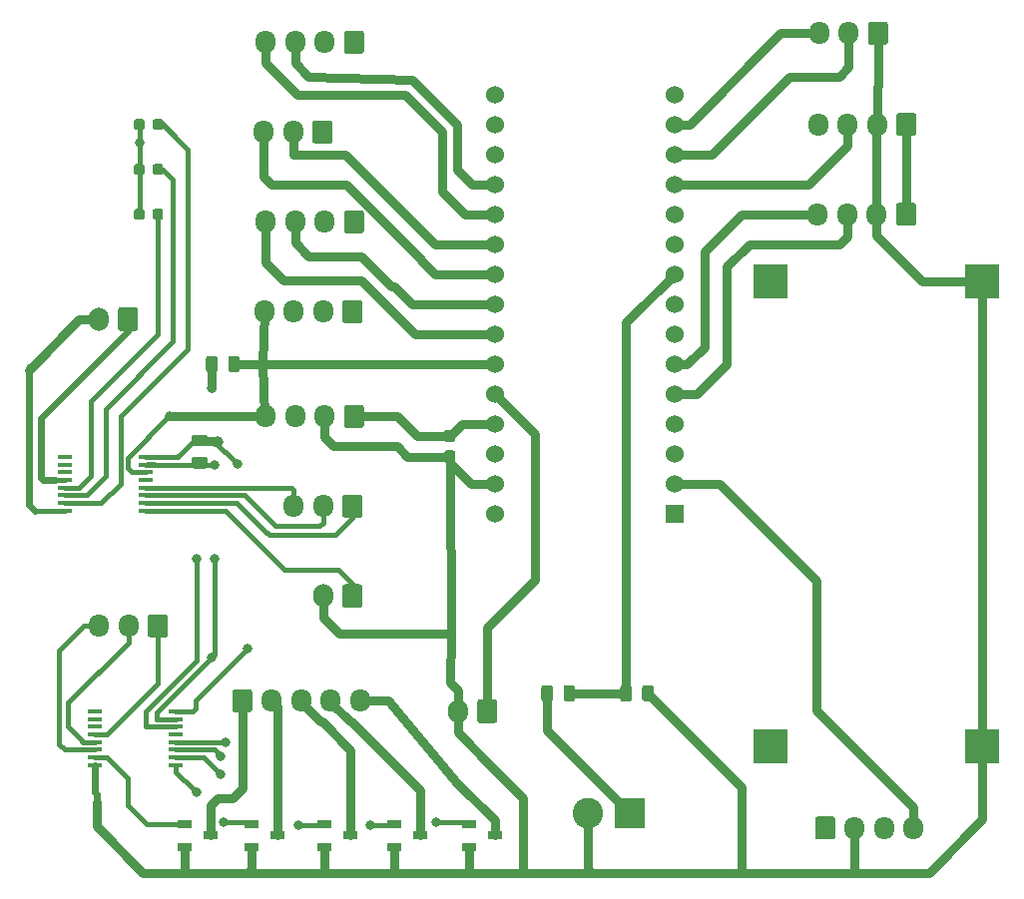
<source format=gbr>
G04 #@! TF.GenerationSoftware,KiCad,Pcbnew,5.1.5*
G04 #@! TF.CreationDate,2020-03-10T21:21:54+01:00*
G04 #@! TF.ProjectId,robotA_2020,726f626f-7441-45f3-9230-32302e6b6963,rev?*
G04 #@! TF.SameCoordinates,Original*
G04 #@! TF.FileFunction,Copper,L1,Top*
G04 #@! TF.FilePolarity,Positive*
%FSLAX46Y46*%
G04 Gerber Fmt 4.6, Leading zero omitted, Abs format (unit mm)*
G04 Created by KiCad (PCBNEW 5.1.5) date 2020-03-10 21:21:54*
%MOMM*%
%LPD*%
G04 APERTURE LIST*
%ADD10O,1.700000X1.950000*%
%ADD11C,0.100000*%
%ADD12R,1.200000X0.800000*%
%ADD13R,2.900000X2.900000*%
%ADD14C,1.524000*%
%ADD15R,1.524000X1.524000*%
%ADD16R,2.600000X2.600000*%
%ADD17C,2.600000*%
%ADD18R,1.200000X0.400000*%
%ADD19O,1.700000X2.000000*%
%ADD20C,0.800000*%
%ADD21C,1.000000*%
%ADD22C,0.800000*%
%ADD23C,0.400000*%
%ADD24C,0.600000*%
%ADD25C,0.250000*%
G04 APERTURE END LIST*
D10*
X188080000Y-78740000D03*
X190580000Y-78740000D03*
X193080000Y-78740000D03*
G04 #@! TA.AperFunction,ComponentPad*
D11*
G36*
X196204504Y-77766204D02*
G01*
X196228773Y-77769804D01*
X196252571Y-77775765D01*
X196275671Y-77784030D01*
X196297849Y-77794520D01*
X196318893Y-77807133D01*
X196338598Y-77821747D01*
X196356777Y-77838223D01*
X196373253Y-77856402D01*
X196387867Y-77876107D01*
X196400480Y-77897151D01*
X196410970Y-77919329D01*
X196419235Y-77942429D01*
X196425196Y-77966227D01*
X196428796Y-77990496D01*
X196430000Y-78015000D01*
X196430000Y-79465000D01*
X196428796Y-79489504D01*
X196425196Y-79513773D01*
X196419235Y-79537571D01*
X196410970Y-79560671D01*
X196400480Y-79582849D01*
X196387867Y-79603893D01*
X196373253Y-79623598D01*
X196356777Y-79641777D01*
X196338598Y-79658253D01*
X196318893Y-79672867D01*
X196297849Y-79685480D01*
X196275671Y-79695970D01*
X196252571Y-79704235D01*
X196228773Y-79710196D01*
X196204504Y-79713796D01*
X196180000Y-79715000D01*
X194980000Y-79715000D01*
X194955496Y-79713796D01*
X194931227Y-79710196D01*
X194907429Y-79704235D01*
X194884329Y-79695970D01*
X194862151Y-79685480D01*
X194841107Y-79672867D01*
X194821402Y-79658253D01*
X194803223Y-79641777D01*
X194786747Y-79623598D01*
X194772133Y-79603893D01*
X194759520Y-79582849D01*
X194749030Y-79560671D01*
X194740765Y-79537571D01*
X194734804Y-79513773D01*
X194731204Y-79489504D01*
X194730000Y-79465000D01*
X194730000Y-78015000D01*
X194731204Y-77990496D01*
X194734804Y-77966227D01*
X194740765Y-77942429D01*
X194749030Y-77919329D01*
X194759520Y-77897151D01*
X194772133Y-77876107D01*
X194786747Y-77856402D01*
X194803223Y-77838223D01*
X194821402Y-77821747D01*
X194841107Y-77807133D01*
X194862151Y-77794520D01*
X194884329Y-77784030D01*
X194907429Y-77775765D01*
X194931227Y-77769804D01*
X194955496Y-77766204D01*
X194980000Y-77765000D01*
X196180000Y-77765000D01*
X196204504Y-77766204D01*
G37*
G04 #@! TD.AperFunction*
D12*
X134325000Y-138115000D03*
X134325000Y-140015000D03*
X136525000Y-139065000D03*
G04 #@! TA.AperFunction,ComponentPad*
D11*
G36*
X196164504Y-85386204D02*
G01*
X196188773Y-85389804D01*
X196212571Y-85395765D01*
X196235671Y-85404030D01*
X196257849Y-85414520D01*
X196278893Y-85427133D01*
X196298598Y-85441747D01*
X196316777Y-85458223D01*
X196333253Y-85476402D01*
X196347867Y-85496107D01*
X196360480Y-85517151D01*
X196370970Y-85539329D01*
X196379235Y-85562429D01*
X196385196Y-85586227D01*
X196388796Y-85610496D01*
X196390000Y-85635000D01*
X196390000Y-87085000D01*
X196388796Y-87109504D01*
X196385196Y-87133773D01*
X196379235Y-87157571D01*
X196370970Y-87180671D01*
X196360480Y-87202849D01*
X196347867Y-87223893D01*
X196333253Y-87243598D01*
X196316777Y-87261777D01*
X196298598Y-87278253D01*
X196278893Y-87292867D01*
X196257849Y-87305480D01*
X196235671Y-87315970D01*
X196212571Y-87324235D01*
X196188773Y-87330196D01*
X196164504Y-87333796D01*
X196140000Y-87335000D01*
X194940000Y-87335000D01*
X194915496Y-87333796D01*
X194891227Y-87330196D01*
X194867429Y-87324235D01*
X194844329Y-87315970D01*
X194822151Y-87305480D01*
X194801107Y-87292867D01*
X194781402Y-87278253D01*
X194763223Y-87261777D01*
X194746747Y-87243598D01*
X194732133Y-87223893D01*
X194719520Y-87202849D01*
X194709030Y-87180671D01*
X194700765Y-87157571D01*
X194694804Y-87133773D01*
X194691204Y-87109504D01*
X194690000Y-87085000D01*
X194690000Y-85635000D01*
X194691204Y-85610496D01*
X194694804Y-85586227D01*
X194700765Y-85562429D01*
X194709030Y-85539329D01*
X194719520Y-85517151D01*
X194732133Y-85496107D01*
X194746747Y-85476402D01*
X194763223Y-85458223D01*
X194781402Y-85441747D01*
X194801107Y-85427133D01*
X194822151Y-85414520D01*
X194844329Y-85404030D01*
X194867429Y-85395765D01*
X194891227Y-85389804D01*
X194915496Y-85386204D01*
X194940000Y-85385000D01*
X196140000Y-85385000D01*
X196164504Y-85386204D01*
G37*
G04 #@! TD.AperFunction*
D10*
X193040000Y-86360000D03*
X190540000Y-86360000D03*
X188040000Y-86360000D03*
D13*
X184040000Y-131510000D03*
X202040000Y-131510000D03*
X184040000Y-92010000D03*
X202040000Y-92010000D03*
D14*
X160655000Y-76200000D03*
X160655000Y-78740000D03*
X160655000Y-81280000D03*
X160655000Y-83820000D03*
X160655000Y-86360000D03*
X160655000Y-88900000D03*
X160655000Y-91440000D03*
X160655000Y-93980000D03*
X160655000Y-96520000D03*
X160655000Y-99060000D03*
X160655000Y-101600000D03*
X160655000Y-104140000D03*
X160655000Y-106680000D03*
X160655000Y-109220000D03*
X160655000Y-111760000D03*
X175895000Y-76200000D03*
X175895000Y-78740000D03*
X175895000Y-81280000D03*
X175895000Y-83820000D03*
X175895000Y-86360000D03*
X175895000Y-88900000D03*
X175895000Y-91440000D03*
D15*
X175895000Y-111760000D03*
D14*
X175895000Y-109220000D03*
X175895000Y-106680000D03*
X175895000Y-104140000D03*
X175895000Y-101600000D03*
X175895000Y-99060000D03*
X175895000Y-96520000D03*
X175895000Y-93980000D03*
D10*
X196175000Y-138430000D03*
X193675000Y-138430000D03*
X191175000Y-138430000D03*
G04 #@! TA.AperFunction,ComponentPad*
D11*
G36*
X189299504Y-137456204D02*
G01*
X189323773Y-137459804D01*
X189347571Y-137465765D01*
X189370671Y-137474030D01*
X189392849Y-137484520D01*
X189413893Y-137497133D01*
X189433598Y-137511747D01*
X189451777Y-137528223D01*
X189468253Y-137546402D01*
X189482867Y-137566107D01*
X189495480Y-137587151D01*
X189505970Y-137609329D01*
X189514235Y-137632429D01*
X189520196Y-137656227D01*
X189523796Y-137680496D01*
X189525000Y-137705000D01*
X189525000Y-139155000D01*
X189523796Y-139179504D01*
X189520196Y-139203773D01*
X189514235Y-139227571D01*
X189505970Y-139250671D01*
X189495480Y-139272849D01*
X189482867Y-139293893D01*
X189468253Y-139313598D01*
X189451777Y-139331777D01*
X189433598Y-139348253D01*
X189413893Y-139362867D01*
X189392849Y-139375480D01*
X189370671Y-139385970D01*
X189347571Y-139394235D01*
X189323773Y-139400196D01*
X189299504Y-139403796D01*
X189275000Y-139405000D01*
X188075000Y-139405000D01*
X188050496Y-139403796D01*
X188026227Y-139400196D01*
X188002429Y-139394235D01*
X187979329Y-139385970D01*
X187957151Y-139375480D01*
X187936107Y-139362867D01*
X187916402Y-139348253D01*
X187898223Y-139331777D01*
X187881747Y-139313598D01*
X187867133Y-139293893D01*
X187854520Y-139272849D01*
X187844030Y-139250671D01*
X187835765Y-139227571D01*
X187829804Y-139203773D01*
X187826204Y-139179504D01*
X187825000Y-139155000D01*
X187825000Y-137705000D01*
X187826204Y-137680496D01*
X187829804Y-137656227D01*
X187835765Y-137632429D01*
X187844030Y-137609329D01*
X187854520Y-137587151D01*
X187867133Y-137566107D01*
X187881747Y-137546402D01*
X187898223Y-137528223D01*
X187916402Y-137511747D01*
X187936107Y-137497133D01*
X187957151Y-137484520D01*
X187979329Y-137474030D01*
X188002429Y-137465765D01*
X188026227Y-137459804D01*
X188050496Y-137456204D01*
X188075000Y-137455000D01*
X189275000Y-137455000D01*
X189299504Y-137456204D01*
G37*
G04 #@! TD.AperFunction*
G04 #@! TA.AperFunction,SMDPad,CuDef*
G36*
X157105779Y-104646144D02*
G01*
X157128834Y-104649563D01*
X157151443Y-104655227D01*
X157173387Y-104663079D01*
X157194457Y-104673044D01*
X157214448Y-104685026D01*
X157233168Y-104698910D01*
X157250438Y-104714562D01*
X157266090Y-104731832D01*
X157279974Y-104750552D01*
X157291956Y-104770543D01*
X157301921Y-104791613D01*
X157309773Y-104813557D01*
X157315437Y-104836166D01*
X157318856Y-104859221D01*
X157320000Y-104882500D01*
X157320000Y-105457500D01*
X157318856Y-105480779D01*
X157315437Y-105503834D01*
X157309773Y-105526443D01*
X157301921Y-105548387D01*
X157291956Y-105569457D01*
X157279974Y-105589448D01*
X157266090Y-105608168D01*
X157250438Y-105625438D01*
X157233168Y-105641090D01*
X157214448Y-105654974D01*
X157194457Y-105666956D01*
X157173387Y-105676921D01*
X157151443Y-105684773D01*
X157128834Y-105690437D01*
X157105779Y-105693856D01*
X157082500Y-105695000D01*
X156607500Y-105695000D01*
X156584221Y-105693856D01*
X156561166Y-105690437D01*
X156538557Y-105684773D01*
X156516613Y-105676921D01*
X156495543Y-105666956D01*
X156475552Y-105654974D01*
X156456832Y-105641090D01*
X156439562Y-105625438D01*
X156423910Y-105608168D01*
X156410026Y-105589448D01*
X156398044Y-105569457D01*
X156388079Y-105548387D01*
X156380227Y-105526443D01*
X156374563Y-105503834D01*
X156371144Y-105480779D01*
X156370000Y-105457500D01*
X156370000Y-104882500D01*
X156371144Y-104859221D01*
X156374563Y-104836166D01*
X156380227Y-104813557D01*
X156388079Y-104791613D01*
X156398044Y-104770543D01*
X156410026Y-104750552D01*
X156423910Y-104731832D01*
X156439562Y-104714562D01*
X156456832Y-104698910D01*
X156475552Y-104685026D01*
X156495543Y-104673044D01*
X156516613Y-104663079D01*
X156538557Y-104655227D01*
X156561166Y-104649563D01*
X156584221Y-104646144D01*
X156607500Y-104645000D01*
X157082500Y-104645000D01*
X157105779Y-104646144D01*
G37*
G04 #@! TD.AperFunction*
G04 #@! TA.AperFunction,SMDPad,CuDef*
G36*
X157105779Y-106396144D02*
G01*
X157128834Y-106399563D01*
X157151443Y-106405227D01*
X157173387Y-106413079D01*
X157194457Y-106423044D01*
X157214448Y-106435026D01*
X157233168Y-106448910D01*
X157250438Y-106464562D01*
X157266090Y-106481832D01*
X157279974Y-106500552D01*
X157291956Y-106520543D01*
X157301921Y-106541613D01*
X157309773Y-106563557D01*
X157315437Y-106586166D01*
X157318856Y-106609221D01*
X157320000Y-106632500D01*
X157320000Y-107207500D01*
X157318856Y-107230779D01*
X157315437Y-107253834D01*
X157309773Y-107276443D01*
X157301921Y-107298387D01*
X157291956Y-107319457D01*
X157279974Y-107339448D01*
X157266090Y-107358168D01*
X157250438Y-107375438D01*
X157233168Y-107391090D01*
X157214448Y-107404974D01*
X157194457Y-107416956D01*
X157173387Y-107426921D01*
X157151443Y-107434773D01*
X157128834Y-107440437D01*
X157105779Y-107443856D01*
X157082500Y-107445000D01*
X156607500Y-107445000D01*
X156584221Y-107443856D01*
X156561166Y-107440437D01*
X156538557Y-107434773D01*
X156516613Y-107426921D01*
X156495543Y-107416956D01*
X156475552Y-107404974D01*
X156456832Y-107391090D01*
X156439562Y-107375438D01*
X156423910Y-107358168D01*
X156410026Y-107339448D01*
X156398044Y-107319457D01*
X156388079Y-107298387D01*
X156380227Y-107276443D01*
X156374563Y-107253834D01*
X156371144Y-107230779D01*
X156370000Y-107207500D01*
X156370000Y-106632500D01*
X156371144Y-106609221D01*
X156374563Y-106586166D01*
X156380227Y-106563557D01*
X156388079Y-106541613D01*
X156398044Y-106520543D01*
X156410026Y-106500552D01*
X156423910Y-106481832D01*
X156439562Y-106464562D01*
X156456832Y-106448910D01*
X156475552Y-106435026D01*
X156495543Y-106423044D01*
X156516613Y-106413079D01*
X156538557Y-106405227D01*
X156561166Y-106399563D01*
X156584221Y-106396144D01*
X156607500Y-106395000D01*
X157082500Y-106395000D01*
X157105779Y-106396144D01*
G37*
G04 #@! TD.AperFunction*
D10*
X141210000Y-71755000D03*
X143710000Y-71755000D03*
X146210000Y-71755000D03*
G04 #@! TA.AperFunction,ComponentPad*
D11*
G36*
X149334504Y-70781204D02*
G01*
X149358773Y-70784804D01*
X149382571Y-70790765D01*
X149405671Y-70799030D01*
X149427849Y-70809520D01*
X149448893Y-70822133D01*
X149468598Y-70836747D01*
X149486777Y-70853223D01*
X149503253Y-70871402D01*
X149517867Y-70891107D01*
X149530480Y-70912151D01*
X149540970Y-70934329D01*
X149549235Y-70957429D01*
X149555196Y-70981227D01*
X149558796Y-71005496D01*
X149560000Y-71030000D01*
X149560000Y-72480000D01*
X149558796Y-72504504D01*
X149555196Y-72528773D01*
X149549235Y-72552571D01*
X149540970Y-72575671D01*
X149530480Y-72597849D01*
X149517867Y-72618893D01*
X149503253Y-72638598D01*
X149486777Y-72656777D01*
X149468598Y-72673253D01*
X149448893Y-72687867D01*
X149427849Y-72700480D01*
X149405671Y-72710970D01*
X149382571Y-72719235D01*
X149358773Y-72725196D01*
X149334504Y-72728796D01*
X149310000Y-72730000D01*
X148110000Y-72730000D01*
X148085496Y-72728796D01*
X148061227Y-72725196D01*
X148037429Y-72719235D01*
X148014329Y-72710970D01*
X147992151Y-72700480D01*
X147971107Y-72687867D01*
X147951402Y-72673253D01*
X147933223Y-72656777D01*
X147916747Y-72638598D01*
X147902133Y-72618893D01*
X147889520Y-72597849D01*
X147879030Y-72575671D01*
X147870765Y-72552571D01*
X147864804Y-72528773D01*
X147861204Y-72504504D01*
X147860000Y-72480000D01*
X147860000Y-71030000D01*
X147861204Y-71005496D01*
X147864804Y-70981227D01*
X147870765Y-70957429D01*
X147879030Y-70934329D01*
X147889520Y-70912151D01*
X147902133Y-70891107D01*
X147916747Y-70871402D01*
X147933223Y-70853223D01*
X147951402Y-70836747D01*
X147971107Y-70822133D01*
X147992151Y-70809520D01*
X148014329Y-70799030D01*
X148037429Y-70790765D01*
X148061227Y-70784804D01*
X148085496Y-70781204D01*
X148110000Y-70780000D01*
X149310000Y-70780000D01*
X149334504Y-70781204D01*
G37*
G04 #@! TD.AperFunction*
G04 #@! TA.AperFunction,SMDPad,CuDef*
G36*
X130745191Y-85886053D02*
G01*
X130766426Y-85889203D01*
X130787250Y-85894419D01*
X130807462Y-85901651D01*
X130826868Y-85910830D01*
X130845281Y-85921866D01*
X130862524Y-85934654D01*
X130878430Y-85949070D01*
X130892846Y-85964976D01*
X130905634Y-85982219D01*
X130916670Y-86000632D01*
X130925849Y-86020038D01*
X130933081Y-86040250D01*
X130938297Y-86061074D01*
X130941447Y-86082309D01*
X130942500Y-86103750D01*
X130942500Y-86616250D01*
X130941447Y-86637691D01*
X130938297Y-86658926D01*
X130933081Y-86679750D01*
X130925849Y-86699962D01*
X130916670Y-86719368D01*
X130905634Y-86737781D01*
X130892846Y-86755024D01*
X130878430Y-86770930D01*
X130862524Y-86785346D01*
X130845281Y-86798134D01*
X130826868Y-86809170D01*
X130807462Y-86818349D01*
X130787250Y-86825581D01*
X130766426Y-86830797D01*
X130745191Y-86833947D01*
X130723750Y-86835000D01*
X130286250Y-86835000D01*
X130264809Y-86833947D01*
X130243574Y-86830797D01*
X130222750Y-86825581D01*
X130202538Y-86818349D01*
X130183132Y-86809170D01*
X130164719Y-86798134D01*
X130147476Y-86785346D01*
X130131570Y-86770930D01*
X130117154Y-86755024D01*
X130104366Y-86737781D01*
X130093330Y-86719368D01*
X130084151Y-86699962D01*
X130076919Y-86679750D01*
X130071703Y-86658926D01*
X130068553Y-86637691D01*
X130067500Y-86616250D01*
X130067500Y-86103750D01*
X130068553Y-86082309D01*
X130071703Y-86061074D01*
X130076919Y-86040250D01*
X130084151Y-86020038D01*
X130093330Y-86000632D01*
X130104366Y-85982219D01*
X130117154Y-85964976D01*
X130131570Y-85949070D01*
X130147476Y-85934654D01*
X130164719Y-85921866D01*
X130183132Y-85910830D01*
X130202538Y-85901651D01*
X130222750Y-85894419D01*
X130243574Y-85889203D01*
X130264809Y-85886053D01*
X130286250Y-85885000D01*
X130723750Y-85885000D01*
X130745191Y-85886053D01*
G37*
G04 #@! TD.AperFunction*
G04 #@! TA.AperFunction,SMDPad,CuDef*
G36*
X132320191Y-85886053D02*
G01*
X132341426Y-85889203D01*
X132362250Y-85894419D01*
X132382462Y-85901651D01*
X132401868Y-85910830D01*
X132420281Y-85921866D01*
X132437524Y-85934654D01*
X132453430Y-85949070D01*
X132467846Y-85964976D01*
X132480634Y-85982219D01*
X132491670Y-86000632D01*
X132500849Y-86020038D01*
X132508081Y-86040250D01*
X132513297Y-86061074D01*
X132516447Y-86082309D01*
X132517500Y-86103750D01*
X132517500Y-86616250D01*
X132516447Y-86637691D01*
X132513297Y-86658926D01*
X132508081Y-86679750D01*
X132500849Y-86699962D01*
X132491670Y-86719368D01*
X132480634Y-86737781D01*
X132467846Y-86755024D01*
X132453430Y-86770930D01*
X132437524Y-86785346D01*
X132420281Y-86798134D01*
X132401868Y-86809170D01*
X132382462Y-86818349D01*
X132362250Y-86825581D01*
X132341426Y-86830797D01*
X132320191Y-86833947D01*
X132298750Y-86835000D01*
X131861250Y-86835000D01*
X131839809Y-86833947D01*
X131818574Y-86830797D01*
X131797750Y-86825581D01*
X131777538Y-86818349D01*
X131758132Y-86809170D01*
X131739719Y-86798134D01*
X131722476Y-86785346D01*
X131706570Y-86770930D01*
X131692154Y-86755024D01*
X131679366Y-86737781D01*
X131668330Y-86719368D01*
X131659151Y-86699962D01*
X131651919Y-86679750D01*
X131646703Y-86658926D01*
X131643553Y-86637691D01*
X131642500Y-86616250D01*
X131642500Y-86103750D01*
X131643553Y-86082309D01*
X131646703Y-86061074D01*
X131651919Y-86040250D01*
X131659151Y-86020038D01*
X131668330Y-86000632D01*
X131679366Y-85982219D01*
X131692154Y-85964976D01*
X131706570Y-85949070D01*
X131722476Y-85934654D01*
X131739719Y-85921866D01*
X131758132Y-85910830D01*
X131777538Y-85901651D01*
X131797750Y-85894419D01*
X131818574Y-85889203D01*
X131839809Y-85886053D01*
X131861250Y-85885000D01*
X132298750Y-85885000D01*
X132320191Y-85886053D01*
G37*
G04 #@! TD.AperFunction*
G04 #@! TA.AperFunction,SMDPad,CuDef*
G36*
X132320191Y-82076053D02*
G01*
X132341426Y-82079203D01*
X132362250Y-82084419D01*
X132382462Y-82091651D01*
X132401868Y-82100830D01*
X132420281Y-82111866D01*
X132437524Y-82124654D01*
X132453430Y-82139070D01*
X132467846Y-82154976D01*
X132480634Y-82172219D01*
X132491670Y-82190632D01*
X132500849Y-82210038D01*
X132508081Y-82230250D01*
X132513297Y-82251074D01*
X132516447Y-82272309D01*
X132517500Y-82293750D01*
X132517500Y-82806250D01*
X132516447Y-82827691D01*
X132513297Y-82848926D01*
X132508081Y-82869750D01*
X132500849Y-82889962D01*
X132491670Y-82909368D01*
X132480634Y-82927781D01*
X132467846Y-82945024D01*
X132453430Y-82960930D01*
X132437524Y-82975346D01*
X132420281Y-82988134D01*
X132401868Y-82999170D01*
X132382462Y-83008349D01*
X132362250Y-83015581D01*
X132341426Y-83020797D01*
X132320191Y-83023947D01*
X132298750Y-83025000D01*
X131861250Y-83025000D01*
X131839809Y-83023947D01*
X131818574Y-83020797D01*
X131797750Y-83015581D01*
X131777538Y-83008349D01*
X131758132Y-82999170D01*
X131739719Y-82988134D01*
X131722476Y-82975346D01*
X131706570Y-82960930D01*
X131692154Y-82945024D01*
X131679366Y-82927781D01*
X131668330Y-82909368D01*
X131659151Y-82889962D01*
X131651919Y-82869750D01*
X131646703Y-82848926D01*
X131643553Y-82827691D01*
X131642500Y-82806250D01*
X131642500Y-82293750D01*
X131643553Y-82272309D01*
X131646703Y-82251074D01*
X131651919Y-82230250D01*
X131659151Y-82210038D01*
X131668330Y-82190632D01*
X131679366Y-82172219D01*
X131692154Y-82154976D01*
X131706570Y-82139070D01*
X131722476Y-82124654D01*
X131739719Y-82111866D01*
X131758132Y-82100830D01*
X131777538Y-82091651D01*
X131797750Y-82084419D01*
X131818574Y-82079203D01*
X131839809Y-82076053D01*
X131861250Y-82075000D01*
X132298750Y-82075000D01*
X132320191Y-82076053D01*
G37*
G04 #@! TD.AperFunction*
G04 #@! TA.AperFunction,SMDPad,CuDef*
G36*
X130745191Y-82076053D02*
G01*
X130766426Y-82079203D01*
X130787250Y-82084419D01*
X130807462Y-82091651D01*
X130826868Y-82100830D01*
X130845281Y-82111866D01*
X130862524Y-82124654D01*
X130878430Y-82139070D01*
X130892846Y-82154976D01*
X130905634Y-82172219D01*
X130916670Y-82190632D01*
X130925849Y-82210038D01*
X130933081Y-82230250D01*
X130938297Y-82251074D01*
X130941447Y-82272309D01*
X130942500Y-82293750D01*
X130942500Y-82806250D01*
X130941447Y-82827691D01*
X130938297Y-82848926D01*
X130933081Y-82869750D01*
X130925849Y-82889962D01*
X130916670Y-82909368D01*
X130905634Y-82927781D01*
X130892846Y-82945024D01*
X130878430Y-82960930D01*
X130862524Y-82975346D01*
X130845281Y-82988134D01*
X130826868Y-82999170D01*
X130807462Y-83008349D01*
X130787250Y-83015581D01*
X130766426Y-83020797D01*
X130745191Y-83023947D01*
X130723750Y-83025000D01*
X130286250Y-83025000D01*
X130264809Y-83023947D01*
X130243574Y-83020797D01*
X130222750Y-83015581D01*
X130202538Y-83008349D01*
X130183132Y-82999170D01*
X130164719Y-82988134D01*
X130147476Y-82975346D01*
X130131570Y-82960930D01*
X130117154Y-82945024D01*
X130104366Y-82927781D01*
X130093330Y-82909368D01*
X130084151Y-82889962D01*
X130076919Y-82869750D01*
X130071703Y-82848926D01*
X130068553Y-82827691D01*
X130067500Y-82806250D01*
X130067500Y-82293750D01*
X130068553Y-82272309D01*
X130071703Y-82251074D01*
X130076919Y-82230250D01*
X130084151Y-82210038D01*
X130093330Y-82190632D01*
X130104366Y-82172219D01*
X130117154Y-82154976D01*
X130131570Y-82139070D01*
X130147476Y-82124654D01*
X130164719Y-82111866D01*
X130183132Y-82100830D01*
X130202538Y-82091651D01*
X130222750Y-82084419D01*
X130243574Y-82079203D01*
X130264809Y-82076053D01*
X130286250Y-82075000D01*
X130723750Y-82075000D01*
X130745191Y-82076053D01*
G37*
G04 #@! TD.AperFunction*
G04 #@! TA.AperFunction,SMDPad,CuDef*
G36*
X130745191Y-78266053D02*
G01*
X130766426Y-78269203D01*
X130787250Y-78274419D01*
X130807462Y-78281651D01*
X130826868Y-78290830D01*
X130845281Y-78301866D01*
X130862524Y-78314654D01*
X130878430Y-78329070D01*
X130892846Y-78344976D01*
X130905634Y-78362219D01*
X130916670Y-78380632D01*
X130925849Y-78400038D01*
X130933081Y-78420250D01*
X130938297Y-78441074D01*
X130941447Y-78462309D01*
X130942500Y-78483750D01*
X130942500Y-78996250D01*
X130941447Y-79017691D01*
X130938297Y-79038926D01*
X130933081Y-79059750D01*
X130925849Y-79079962D01*
X130916670Y-79099368D01*
X130905634Y-79117781D01*
X130892846Y-79135024D01*
X130878430Y-79150930D01*
X130862524Y-79165346D01*
X130845281Y-79178134D01*
X130826868Y-79189170D01*
X130807462Y-79198349D01*
X130787250Y-79205581D01*
X130766426Y-79210797D01*
X130745191Y-79213947D01*
X130723750Y-79215000D01*
X130286250Y-79215000D01*
X130264809Y-79213947D01*
X130243574Y-79210797D01*
X130222750Y-79205581D01*
X130202538Y-79198349D01*
X130183132Y-79189170D01*
X130164719Y-79178134D01*
X130147476Y-79165346D01*
X130131570Y-79150930D01*
X130117154Y-79135024D01*
X130104366Y-79117781D01*
X130093330Y-79099368D01*
X130084151Y-79079962D01*
X130076919Y-79059750D01*
X130071703Y-79038926D01*
X130068553Y-79017691D01*
X130067500Y-78996250D01*
X130067500Y-78483750D01*
X130068553Y-78462309D01*
X130071703Y-78441074D01*
X130076919Y-78420250D01*
X130084151Y-78400038D01*
X130093330Y-78380632D01*
X130104366Y-78362219D01*
X130117154Y-78344976D01*
X130131570Y-78329070D01*
X130147476Y-78314654D01*
X130164719Y-78301866D01*
X130183132Y-78290830D01*
X130202538Y-78281651D01*
X130222750Y-78274419D01*
X130243574Y-78269203D01*
X130264809Y-78266053D01*
X130286250Y-78265000D01*
X130723750Y-78265000D01*
X130745191Y-78266053D01*
G37*
G04 #@! TD.AperFunction*
G04 #@! TA.AperFunction,SMDPad,CuDef*
G36*
X132320191Y-78266053D02*
G01*
X132341426Y-78269203D01*
X132362250Y-78274419D01*
X132382462Y-78281651D01*
X132401868Y-78290830D01*
X132420281Y-78301866D01*
X132437524Y-78314654D01*
X132453430Y-78329070D01*
X132467846Y-78344976D01*
X132480634Y-78362219D01*
X132491670Y-78380632D01*
X132500849Y-78400038D01*
X132508081Y-78420250D01*
X132513297Y-78441074D01*
X132516447Y-78462309D01*
X132517500Y-78483750D01*
X132517500Y-78996250D01*
X132516447Y-79017691D01*
X132513297Y-79038926D01*
X132508081Y-79059750D01*
X132500849Y-79079962D01*
X132491670Y-79099368D01*
X132480634Y-79117781D01*
X132467846Y-79135024D01*
X132453430Y-79150930D01*
X132437524Y-79165346D01*
X132420281Y-79178134D01*
X132401868Y-79189170D01*
X132382462Y-79198349D01*
X132362250Y-79205581D01*
X132341426Y-79210797D01*
X132320191Y-79213947D01*
X132298750Y-79215000D01*
X131861250Y-79215000D01*
X131839809Y-79213947D01*
X131818574Y-79210797D01*
X131797750Y-79205581D01*
X131777538Y-79198349D01*
X131758132Y-79189170D01*
X131739719Y-79178134D01*
X131722476Y-79165346D01*
X131706570Y-79150930D01*
X131692154Y-79135024D01*
X131679366Y-79117781D01*
X131668330Y-79099368D01*
X131659151Y-79079962D01*
X131651919Y-79059750D01*
X131646703Y-79038926D01*
X131643553Y-79017691D01*
X131642500Y-78996250D01*
X131642500Y-78483750D01*
X131643553Y-78462309D01*
X131646703Y-78441074D01*
X131651919Y-78420250D01*
X131659151Y-78400038D01*
X131668330Y-78380632D01*
X131679366Y-78362219D01*
X131692154Y-78344976D01*
X131706570Y-78329070D01*
X131722476Y-78314654D01*
X131739719Y-78301866D01*
X131758132Y-78290830D01*
X131777538Y-78281651D01*
X131797750Y-78274419D01*
X131818574Y-78269203D01*
X131839809Y-78266053D01*
X131861250Y-78265000D01*
X132298750Y-78265000D01*
X132320191Y-78266053D01*
G37*
G04 #@! TD.AperFunction*
G04 #@! TA.AperFunction,ComponentPad*
G36*
X149334504Y-102531204D02*
G01*
X149358773Y-102534804D01*
X149382571Y-102540765D01*
X149405671Y-102549030D01*
X149427849Y-102559520D01*
X149448893Y-102572133D01*
X149468598Y-102586747D01*
X149486777Y-102603223D01*
X149503253Y-102621402D01*
X149517867Y-102641107D01*
X149530480Y-102662151D01*
X149540970Y-102684329D01*
X149549235Y-102707429D01*
X149555196Y-102731227D01*
X149558796Y-102755496D01*
X149560000Y-102780000D01*
X149560000Y-104230000D01*
X149558796Y-104254504D01*
X149555196Y-104278773D01*
X149549235Y-104302571D01*
X149540970Y-104325671D01*
X149530480Y-104347849D01*
X149517867Y-104368893D01*
X149503253Y-104388598D01*
X149486777Y-104406777D01*
X149468598Y-104423253D01*
X149448893Y-104437867D01*
X149427849Y-104450480D01*
X149405671Y-104460970D01*
X149382571Y-104469235D01*
X149358773Y-104475196D01*
X149334504Y-104478796D01*
X149310000Y-104480000D01*
X148110000Y-104480000D01*
X148085496Y-104478796D01*
X148061227Y-104475196D01*
X148037429Y-104469235D01*
X148014329Y-104460970D01*
X147992151Y-104450480D01*
X147971107Y-104437867D01*
X147951402Y-104423253D01*
X147933223Y-104406777D01*
X147916747Y-104388598D01*
X147902133Y-104368893D01*
X147889520Y-104347849D01*
X147879030Y-104325671D01*
X147870765Y-104302571D01*
X147864804Y-104278773D01*
X147861204Y-104254504D01*
X147860000Y-104230000D01*
X147860000Y-102780000D01*
X147861204Y-102755496D01*
X147864804Y-102731227D01*
X147870765Y-102707429D01*
X147879030Y-102684329D01*
X147889520Y-102662151D01*
X147902133Y-102641107D01*
X147916747Y-102621402D01*
X147933223Y-102603223D01*
X147951402Y-102586747D01*
X147971107Y-102572133D01*
X147992151Y-102559520D01*
X148014329Y-102549030D01*
X148037429Y-102540765D01*
X148061227Y-102534804D01*
X148085496Y-102531204D01*
X148110000Y-102530000D01*
X149310000Y-102530000D01*
X149334504Y-102531204D01*
G37*
G04 #@! TD.AperFunction*
D10*
X146210000Y-103505000D03*
X143710000Y-103505000D03*
X141210000Y-103505000D03*
X141050000Y-79375000D03*
X143550000Y-79375000D03*
G04 #@! TA.AperFunction,ComponentPad*
D11*
G36*
X146674504Y-78401204D02*
G01*
X146698773Y-78404804D01*
X146722571Y-78410765D01*
X146745671Y-78419030D01*
X146767849Y-78429520D01*
X146788893Y-78442133D01*
X146808598Y-78456747D01*
X146826777Y-78473223D01*
X146843253Y-78491402D01*
X146857867Y-78511107D01*
X146870480Y-78532151D01*
X146880970Y-78554329D01*
X146889235Y-78577429D01*
X146895196Y-78601227D01*
X146898796Y-78625496D01*
X146900000Y-78650000D01*
X146900000Y-80100000D01*
X146898796Y-80124504D01*
X146895196Y-80148773D01*
X146889235Y-80172571D01*
X146880970Y-80195671D01*
X146870480Y-80217849D01*
X146857867Y-80238893D01*
X146843253Y-80258598D01*
X146826777Y-80276777D01*
X146808598Y-80293253D01*
X146788893Y-80307867D01*
X146767849Y-80320480D01*
X146745671Y-80330970D01*
X146722571Y-80339235D01*
X146698773Y-80345196D01*
X146674504Y-80348796D01*
X146650000Y-80350000D01*
X145450000Y-80350000D01*
X145425496Y-80348796D01*
X145401227Y-80345196D01*
X145377429Y-80339235D01*
X145354329Y-80330970D01*
X145332151Y-80320480D01*
X145311107Y-80307867D01*
X145291402Y-80293253D01*
X145273223Y-80276777D01*
X145256747Y-80258598D01*
X145242133Y-80238893D01*
X145229520Y-80217849D01*
X145219030Y-80195671D01*
X145210765Y-80172571D01*
X145204804Y-80148773D01*
X145201204Y-80124504D01*
X145200000Y-80100000D01*
X145200000Y-78650000D01*
X145201204Y-78625496D01*
X145204804Y-78601227D01*
X145210765Y-78577429D01*
X145219030Y-78554329D01*
X145229520Y-78532151D01*
X145242133Y-78511107D01*
X145256747Y-78491402D01*
X145273223Y-78473223D01*
X145291402Y-78456747D01*
X145311107Y-78442133D01*
X145332151Y-78429520D01*
X145354329Y-78419030D01*
X145377429Y-78410765D01*
X145401227Y-78404804D01*
X145425496Y-78401204D01*
X145450000Y-78400000D01*
X146650000Y-78400000D01*
X146674504Y-78401204D01*
G37*
G04 #@! TD.AperFunction*
G04 #@! TA.AperFunction,ComponentPad*
G36*
X193791504Y-70019204D02*
G01*
X193815773Y-70022804D01*
X193839571Y-70028765D01*
X193862671Y-70037030D01*
X193884849Y-70047520D01*
X193905893Y-70060133D01*
X193925598Y-70074747D01*
X193943777Y-70091223D01*
X193960253Y-70109402D01*
X193974867Y-70129107D01*
X193987480Y-70150151D01*
X193997970Y-70172329D01*
X194006235Y-70195429D01*
X194012196Y-70219227D01*
X194015796Y-70243496D01*
X194017000Y-70268000D01*
X194017000Y-71718000D01*
X194015796Y-71742504D01*
X194012196Y-71766773D01*
X194006235Y-71790571D01*
X193997970Y-71813671D01*
X193987480Y-71835849D01*
X193974867Y-71856893D01*
X193960253Y-71876598D01*
X193943777Y-71894777D01*
X193925598Y-71911253D01*
X193905893Y-71925867D01*
X193884849Y-71938480D01*
X193862671Y-71948970D01*
X193839571Y-71957235D01*
X193815773Y-71963196D01*
X193791504Y-71966796D01*
X193767000Y-71968000D01*
X192567000Y-71968000D01*
X192542496Y-71966796D01*
X192518227Y-71963196D01*
X192494429Y-71957235D01*
X192471329Y-71948970D01*
X192449151Y-71938480D01*
X192428107Y-71925867D01*
X192408402Y-71911253D01*
X192390223Y-71894777D01*
X192373747Y-71876598D01*
X192359133Y-71856893D01*
X192346520Y-71835849D01*
X192336030Y-71813671D01*
X192327765Y-71790571D01*
X192321804Y-71766773D01*
X192318204Y-71742504D01*
X192317000Y-71718000D01*
X192317000Y-70268000D01*
X192318204Y-70243496D01*
X192321804Y-70219227D01*
X192327765Y-70195429D01*
X192336030Y-70172329D01*
X192346520Y-70150151D01*
X192359133Y-70129107D01*
X192373747Y-70109402D01*
X192390223Y-70091223D01*
X192408402Y-70074747D01*
X192428107Y-70060133D01*
X192449151Y-70047520D01*
X192471329Y-70037030D01*
X192494429Y-70028765D01*
X192518227Y-70022804D01*
X192542496Y-70019204D01*
X192567000Y-70018000D01*
X193767000Y-70018000D01*
X193791504Y-70019204D01*
G37*
G04 #@! TD.AperFunction*
D10*
X190667000Y-70993000D03*
X188167000Y-70993000D03*
G04 #@! TA.AperFunction,ComponentPad*
D11*
G36*
X149334504Y-86021204D02*
G01*
X149358773Y-86024804D01*
X149382571Y-86030765D01*
X149405671Y-86039030D01*
X149427849Y-86049520D01*
X149448893Y-86062133D01*
X149468598Y-86076747D01*
X149486777Y-86093223D01*
X149503253Y-86111402D01*
X149517867Y-86131107D01*
X149530480Y-86152151D01*
X149540970Y-86174329D01*
X149549235Y-86197429D01*
X149555196Y-86221227D01*
X149558796Y-86245496D01*
X149560000Y-86270000D01*
X149560000Y-87720000D01*
X149558796Y-87744504D01*
X149555196Y-87768773D01*
X149549235Y-87792571D01*
X149540970Y-87815671D01*
X149530480Y-87837849D01*
X149517867Y-87858893D01*
X149503253Y-87878598D01*
X149486777Y-87896777D01*
X149468598Y-87913253D01*
X149448893Y-87927867D01*
X149427849Y-87940480D01*
X149405671Y-87950970D01*
X149382571Y-87959235D01*
X149358773Y-87965196D01*
X149334504Y-87968796D01*
X149310000Y-87970000D01*
X148110000Y-87970000D01*
X148085496Y-87968796D01*
X148061227Y-87965196D01*
X148037429Y-87959235D01*
X148014329Y-87950970D01*
X147992151Y-87940480D01*
X147971107Y-87927867D01*
X147951402Y-87913253D01*
X147933223Y-87896777D01*
X147916747Y-87878598D01*
X147902133Y-87858893D01*
X147889520Y-87837849D01*
X147879030Y-87815671D01*
X147870765Y-87792571D01*
X147864804Y-87768773D01*
X147861204Y-87744504D01*
X147860000Y-87720000D01*
X147860000Y-86270000D01*
X147861204Y-86245496D01*
X147864804Y-86221227D01*
X147870765Y-86197429D01*
X147879030Y-86174329D01*
X147889520Y-86152151D01*
X147902133Y-86131107D01*
X147916747Y-86111402D01*
X147933223Y-86093223D01*
X147951402Y-86076747D01*
X147971107Y-86062133D01*
X147992151Y-86049520D01*
X148014329Y-86039030D01*
X148037429Y-86030765D01*
X148061227Y-86024804D01*
X148085496Y-86021204D01*
X148110000Y-86020000D01*
X149310000Y-86020000D01*
X149334504Y-86021204D01*
G37*
G04 #@! TD.AperFunction*
D10*
X146210000Y-86995000D03*
X143710000Y-86995000D03*
X141210000Y-86995000D03*
G04 #@! TA.AperFunction,ComponentPad*
D11*
G36*
X149214504Y-110151204D02*
G01*
X149238773Y-110154804D01*
X149262571Y-110160765D01*
X149285671Y-110169030D01*
X149307849Y-110179520D01*
X149328893Y-110192133D01*
X149348598Y-110206747D01*
X149366777Y-110223223D01*
X149383253Y-110241402D01*
X149397867Y-110261107D01*
X149410480Y-110282151D01*
X149420970Y-110304329D01*
X149429235Y-110327429D01*
X149435196Y-110351227D01*
X149438796Y-110375496D01*
X149440000Y-110400000D01*
X149440000Y-111850000D01*
X149438796Y-111874504D01*
X149435196Y-111898773D01*
X149429235Y-111922571D01*
X149420970Y-111945671D01*
X149410480Y-111967849D01*
X149397867Y-111988893D01*
X149383253Y-112008598D01*
X149366777Y-112026777D01*
X149348598Y-112043253D01*
X149328893Y-112057867D01*
X149307849Y-112070480D01*
X149285671Y-112080970D01*
X149262571Y-112089235D01*
X149238773Y-112095196D01*
X149214504Y-112098796D01*
X149190000Y-112100000D01*
X147990000Y-112100000D01*
X147965496Y-112098796D01*
X147941227Y-112095196D01*
X147917429Y-112089235D01*
X147894329Y-112080970D01*
X147872151Y-112070480D01*
X147851107Y-112057867D01*
X147831402Y-112043253D01*
X147813223Y-112026777D01*
X147796747Y-112008598D01*
X147782133Y-111988893D01*
X147769520Y-111967849D01*
X147759030Y-111945671D01*
X147750765Y-111922571D01*
X147744804Y-111898773D01*
X147741204Y-111874504D01*
X147740000Y-111850000D01*
X147740000Y-110400000D01*
X147741204Y-110375496D01*
X147744804Y-110351227D01*
X147750765Y-110327429D01*
X147759030Y-110304329D01*
X147769520Y-110282151D01*
X147782133Y-110261107D01*
X147796747Y-110241402D01*
X147813223Y-110223223D01*
X147831402Y-110206747D01*
X147851107Y-110192133D01*
X147872151Y-110179520D01*
X147894329Y-110169030D01*
X147917429Y-110160765D01*
X147941227Y-110154804D01*
X147965496Y-110151204D01*
X147990000Y-110150000D01*
X149190000Y-110150000D01*
X149214504Y-110151204D01*
G37*
G04 #@! TD.AperFunction*
D10*
X146090000Y-111125000D03*
X143590000Y-111125000D03*
D16*
X172085000Y-137160000D03*
D17*
X168585000Y-137160000D03*
G04 #@! TA.AperFunction,ComponentPad*
D11*
G36*
X149214504Y-93641204D02*
G01*
X149238773Y-93644804D01*
X149262571Y-93650765D01*
X149285671Y-93659030D01*
X149307849Y-93669520D01*
X149328893Y-93682133D01*
X149348598Y-93696747D01*
X149366777Y-93713223D01*
X149383253Y-93731402D01*
X149397867Y-93751107D01*
X149410480Y-93772151D01*
X149420970Y-93794329D01*
X149429235Y-93817429D01*
X149435196Y-93841227D01*
X149438796Y-93865496D01*
X149440000Y-93890000D01*
X149440000Y-95340000D01*
X149438796Y-95364504D01*
X149435196Y-95388773D01*
X149429235Y-95412571D01*
X149420970Y-95435671D01*
X149410480Y-95457849D01*
X149397867Y-95478893D01*
X149383253Y-95498598D01*
X149366777Y-95516777D01*
X149348598Y-95533253D01*
X149328893Y-95547867D01*
X149307849Y-95560480D01*
X149285671Y-95570970D01*
X149262571Y-95579235D01*
X149238773Y-95585196D01*
X149214504Y-95588796D01*
X149190000Y-95590000D01*
X147990000Y-95590000D01*
X147965496Y-95588796D01*
X147941227Y-95585196D01*
X147917429Y-95579235D01*
X147894329Y-95570970D01*
X147872151Y-95560480D01*
X147851107Y-95547867D01*
X147831402Y-95533253D01*
X147813223Y-95516777D01*
X147796747Y-95498598D01*
X147782133Y-95478893D01*
X147769520Y-95457849D01*
X147759030Y-95435671D01*
X147750765Y-95412571D01*
X147744804Y-95388773D01*
X147741204Y-95364504D01*
X147740000Y-95340000D01*
X147740000Y-93890000D01*
X147741204Y-93865496D01*
X147744804Y-93841227D01*
X147750765Y-93817429D01*
X147759030Y-93794329D01*
X147769520Y-93772151D01*
X147782133Y-93751107D01*
X147796747Y-93731402D01*
X147813223Y-93713223D01*
X147831402Y-93696747D01*
X147851107Y-93682133D01*
X147872151Y-93669520D01*
X147894329Y-93659030D01*
X147917429Y-93650765D01*
X147941227Y-93644804D01*
X147965496Y-93641204D01*
X147990000Y-93640000D01*
X149190000Y-93640000D01*
X149214504Y-93641204D01*
G37*
G04 #@! TD.AperFunction*
D10*
X146090000Y-94615000D03*
X143590000Y-94615000D03*
X141090000Y-94615000D03*
G04 #@! TA.AperFunction,ComponentPad*
D11*
G36*
X139849504Y-126661204D02*
G01*
X139873773Y-126664804D01*
X139897571Y-126670765D01*
X139920671Y-126679030D01*
X139942849Y-126689520D01*
X139963893Y-126702133D01*
X139983598Y-126716747D01*
X140001777Y-126733223D01*
X140018253Y-126751402D01*
X140032867Y-126771107D01*
X140045480Y-126792151D01*
X140055970Y-126814329D01*
X140064235Y-126837429D01*
X140070196Y-126861227D01*
X140073796Y-126885496D01*
X140075000Y-126910000D01*
X140075000Y-128360000D01*
X140073796Y-128384504D01*
X140070196Y-128408773D01*
X140064235Y-128432571D01*
X140055970Y-128455671D01*
X140045480Y-128477849D01*
X140032867Y-128498893D01*
X140018253Y-128518598D01*
X140001777Y-128536777D01*
X139983598Y-128553253D01*
X139963893Y-128567867D01*
X139942849Y-128580480D01*
X139920671Y-128590970D01*
X139897571Y-128599235D01*
X139873773Y-128605196D01*
X139849504Y-128608796D01*
X139825000Y-128610000D01*
X138625000Y-128610000D01*
X138600496Y-128608796D01*
X138576227Y-128605196D01*
X138552429Y-128599235D01*
X138529329Y-128590970D01*
X138507151Y-128580480D01*
X138486107Y-128567867D01*
X138466402Y-128553253D01*
X138448223Y-128536777D01*
X138431747Y-128518598D01*
X138417133Y-128498893D01*
X138404520Y-128477849D01*
X138394030Y-128455671D01*
X138385765Y-128432571D01*
X138379804Y-128408773D01*
X138376204Y-128384504D01*
X138375000Y-128360000D01*
X138375000Y-126910000D01*
X138376204Y-126885496D01*
X138379804Y-126861227D01*
X138385765Y-126837429D01*
X138394030Y-126814329D01*
X138404520Y-126792151D01*
X138417133Y-126771107D01*
X138431747Y-126751402D01*
X138448223Y-126733223D01*
X138466402Y-126716747D01*
X138486107Y-126702133D01*
X138507151Y-126689520D01*
X138529329Y-126679030D01*
X138552429Y-126670765D01*
X138576227Y-126664804D01*
X138600496Y-126661204D01*
X138625000Y-126660000D01*
X139825000Y-126660000D01*
X139849504Y-126661204D01*
G37*
G04 #@! TD.AperFunction*
D10*
X141725000Y-127635000D03*
X144225000Y-127635000D03*
X146725000Y-127635000D03*
X149225000Y-127635000D03*
G04 #@! TA.AperFunction,SMDPad,CuDef*
D11*
G36*
X167242642Y-126301174D02*
G01*
X167266303Y-126304684D01*
X167289507Y-126310496D01*
X167312029Y-126318554D01*
X167333653Y-126328782D01*
X167354170Y-126341079D01*
X167373383Y-126355329D01*
X167391107Y-126371393D01*
X167407171Y-126389117D01*
X167421421Y-126408330D01*
X167433718Y-126428847D01*
X167443946Y-126450471D01*
X167452004Y-126472993D01*
X167457816Y-126496197D01*
X167461326Y-126519858D01*
X167462500Y-126543750D01*
X167462500Y-127456250D01*
X167461326Y-127480142D01*
X167457816Y-127503803D01*
X167452004Y-127527007D01*
X167443946Y-127549529D01*
X167433718Y-127571153D01*
X167421421Y-127591670D01*
X167407171Y-127610883D01*
X167391107Y-127628607D01*
X167373383Y-127644671D01*
X167354170Y-127658921D01*
X167333653Y-127671218D01*
X167312029Y-127681446D01*
X167289507Y-127689504D01*
X167266303Y-127695316D01*
X167242642Y-127698826D01*
X167218750Y-127700000D01*
X166731250Y-127700000D01*
X166707358Y-127698826D01*
X166683697Y-127695316D01*
X166660493Y-127689504D01*
X166637971Y-127681446D01*
X166616347Y-127671218D01*
X166595830Y-127658921D01*
X166576617Y-127644671D01*
X166558893Y-127628607D01*
X166542829Y-127610883D01*
X166528579Y-127591670D01*
X166516282Y-127571153D01*
X166506054Y-127549529D01*
X166497996Y-127527007D01*
X166492184Y-127503803D01*
X166488674Y-127480142D01*
X166487500Y-127456250D01*
X166487500Y-126543750D01*
X166488674Y-126519858D01*
X166492184Y-126496197D01*
X166497996Y-126472993D01*
X166506054Y-126450471D01*
X166516282Y-126428847D01*
X166528579Y-126408330D01*
X166542829Y-126389117D01*
X166558893Y-126371393D01*
X166576617Y-126355329D01*
X166595830Y-126341079D01*
X166616347Y-126328782D01*
X166637971Y-126318554D01*
X166660493Y-126310496D01*
X166683697Y-126304684D01*
X166707358Y-126301174D01*
X166731250Y-126300000D01*
X167218750Y-126300000D01*
X167242642Y-126301174D01*
G37*
G04 #@! TD.AperFunction*
G04 #@! TA.AperFunction,SMDPad,CuDef*
G36*
X165367642Y-126301174D02*
G01*
X165391303Y-126304684D01*
X165414507Y-126310496D01*
X165437029Y-126318554D01*
X165458653Y-126328782D01*
X165479170Y-126341079D01*
X165498383Y-126355329D01*
X165516107Y-126371393D01*
X165532171Y-126389117D01*
X165546421Y-126408330D01*
X165558718Y-126428847D01*
X165568946Y-126450471D01*
X165577004Y-126472993D01*
X165582816Y-126496197D01*
X165586326Y-126519858D01*
X165587500Y-126543750D01*
X165587500Y-127456250D01*
X165586326Y-127480142D01*
X165582816Y-127503803D01*
X165577004Y-127527007D01*
X165568946Y-127549529D01*
X165558718Y-127571153D01*
X165546421Y-127591670D01*
X165532171Y-127610883D01*
X165516107Y-127628607D01*
X165498383Y-127644671D01*
X165479170Y-127658921D01*
X165458653Y-127671218D01*
X165437029Y-127681446D01*
X165414507Y-127689504D01*
X165391303Y-127695316D01*
X165367642Y-127698826D01*
X165343750Y-127700000D01*
X164856250Y-127700000D01*
X164832358Y-127698826D01*
X164808697Y-127695316D01*
X164785493Y-127689504D01*
X164762971Y-127681446D01*
X164741347Y-127671218D01*
X164720830Y-127658921D01*
X164701617Y-127644671D01*
X164683893Y-127628607D01*
X164667829Y-127610883D01*
X164653579Y-127591670D01*
X164641282Y-127571153D01*
X164631054Y-127549529D01*
X164622996Y-127527007D01*
X164617184Y-127503803D01*
X164613674Y-127480142D01*
X164612500Y-127456250D01*
X164612500Y-126543750D01*
X164613674Y-126519858D01*
X164617184Y-126496197D01*
X164622996Y-126472993D01*
X164631054Y-126450471D01*
X164641282Y-126428847D01*
X164653579Y-126408330D01*
X164667829Y-126389117D01*
X164683893Y-126371393D01*
X164701617Y-126355329D01*
X164720830Y-126341079D01*
X164741347Y-126328782D01*
X164762971Y-126318554D01*
X164785493Y-126310496D01*
X164808697Y-126304684D01*
X164832358Y-126301174D01*
X164856250Y-126300000D01*
X165343750Y-126300000D01*
X165367642Y-126301174D01*
G37*
G04 #@! TD.AperFunction*
G04 #@! TA.AperFunction,SMDPad,CuDef*
G36*
X172050142Y-126301174D02*
G01*
X172073803Y-126304684D01*
X172097007Y-126310496D01*
X172119529Y-126318554D01*
X172141153Y-126328782D01*
X172161670Y-126341079D01*
X172180883Y-126355329D01*
X172198607Y-126371393D01*
X172214671Y-126389117D01*
X172228921Y-126408330D01*
X172241218Y-126428847D01*
X172251446Y-126450471D01*
X172259504Y-126472993D01*
X172265316Y-126496197D01*
X172268826Y-126519858D01*
X172270000Y-126543750D01*
X172270000Y-127456250D01*
X172268826Y-127480142D01*
X172265316Y-127503803D01*
X172259504Y-127527007D01*
X172251446Y-127549529D01*
X172241218Y-127571153D01*
X172228921Y-127591670D01*
X172214671Y-127610883D01*
X172198607Y-127628607D01*
X172180883Y-127644671D01*
X172161670Y-127658921D01*
X172141153Y-127671218D01*
X172119529Y-127681446D01*
X172097007Y-127689504D01*
X172073803Y-127695316D01*
X172050142Y-127698826D01*
X172026250Y-127700000D01*
X171538750Y-127700000D01*
X171514858Y-127698826D01*
X171491197Y-127695316D01*
X171467993Y-127689504D01*
X171445471Y-127681446D01*
X171423847Y-127671218D01*
X171403330Y-127658921D01*
X171384117Y-127644671D01*
X171366393Y-127628607D01*
X171350329Y-127610883D01*
X171336079Y-127591670D01*
X171323782Y-127571153D01*
X171313554Y-127549529D01*
X171305496Y-127527007D01*
X171299684Y-127503803D01*
X171296174Y-127480142D01*
X171295000Y-127456250D01*
X171295000Y-126543750D01*
X171296174Y-126519858D01*
X171299684Y-126496197D01*
X171305496Y-126472993D01*
X171313554Y-126450471D01*
X171323782Y-126428847D01*
X171336079Y-126408330D01*
X171350329Y-126389117D01*
X171366393Y-126371393D01*
X171384117Y-126355329D01*
X171403330Y-126341079D01*
X171423847Y-126328782D01*
X171445471Y-126318554D01*
X171467993Y-126310496D01*
X171491197Y-126304684D01*
X171514858Y-126301174D01*
X171538750Y-126300000D01*
X172026250Y-126300000D01*
X172050142Y-126301174D01*
G37*
G04 #@! TD.AperFunction*
G04 #@! TA.AperFunction,SMDPad,CuDef*
G36*
X173925142Y-126301174D02*
G01*
X173948803Y-126304684D01*
X173972007Y-126310496D01*
X173994529Y-126318554D01*
X174016153Y-126328782D01*
X174036670Y-126341079D01*
X174055883Y-126355329D01*
X174073607Y-126371393D01*
X174089671Y-126389117D01*
X174103921Y-126408330D01*
X174116218Y-126428847D01*
X174126446Y-126450471D01*
X174134504Y-126472993D01*
X174140316Y-126496197D01*
X174143826Y-126519858D01*
X174145000Y-126543750D01*
X174145000Y-127456250D01*
X174143826Y-127480142D01*
X174140316Y-127503803D01*
X174134504Y-127527007D01*
X174126446Y-127549529D01*
X174116218Y-127571153D01*
X174103921Y-127591670D01*
X174089671Y-127610883D01*
X174073607Y-127628607D01*
X174055883Y-127644671D01*
X174036670Y-127658921D01*
X174016153Y-127671218D01*
X173994529Y-127681446D01*
X173972007Y-127689504D01*
X173948803Y-127695316D01*
X173925142Y-127698826D01*
X173901250Y-127700000D01*
X173413750Y-127700000D01*
X173389858Y-127698826D01*
X173366197Y-127695316D01*
X173342993Y-127689504D01*
X173320471Y-127681446D01*
X173298847Y-127671218D01*
X173278330Y-127658921D01*
X173259117Y-127644671D01*
X173241393Y-127628607D01*
X173225329Y-127610883D01*
X173211079Y-127591670D01*
X173198782Y-127571153D01*
X173188554Y-127549529D01*
X173180496Y-127527007D01*
X173174684Y-127503803D01*
X173171174Y-127480142D01*
X173170000Y-127456250D01*
X173170000Y-126543750D01*
X173171174Y-126519858D01*
X173174684Y-126496197D01*
X173180496Y-126472993D01*
X173188554Y-126450471D01*
X173198782Y-126428847D01*
X173211079Y-126408330D01*
X173225329Y-126389117D01*
X173241393Y-126371393D01*
X173259117Y-126355329D01*
X173278330Y-126341079D01*
X173298847Y-126328782D01*
X173320471Y-126318554D01*
X173342993Y-126310496D01*
X173366197Y-126304684D01*
X173389858Y-126301174D01*
X173413750Y-126300000D01*
X173901250Y-126300000D01*
X173925142Y-126301174D01*
G37*
G04 #@! TD.AperFunction*
D18*
X126725000Y-128535000D03*
X126725000Y-129185000D03*
X126725000Y-129835000D03*
X126725000Y-130485000D03*
X126725000Y-131135000D03*
X126725000Y-131785000D03*
X126725000Y-132435000D03*
X126725000Y-133085000D03*
X133625000Y-133085000D03*
X133625000Y-132435000D03*
X133625000Y-131785000D03*
X133625000Y-131135000D03*
X133625000Y-130485000D03*
X133625000Y-129835000D03*
X133625000Y-129185000D03*
X133625000Y-128535000D03*
X131085000Y-106945000D03*
X131085000Y-107595000D03*
X131085000Y-108245000D03*
X131085000Y-108895000D03*
X131085000Y-109545000D03*
X131085000Y-110195000D03*
X131085000Y-110845000D03*
X131085000Y-111495000D03*
X124185000Y-111495000D03*
X124185000Y-110845000D03*
X124185000Y-110195000D03*
X124185000Y-109545000D03*
X124185000Y-108895000D03*
X124185000Y-108245000D03*
X124185000Y-107595000D03*
X124185000Y-106945000D03*
D12*
X142240000Y-139065000D03*
X140040000Y-140015000D03*
X140040000Y-138115000D03*
X148420000Y-139065000D03*
X146220000Y-140015000D03*
X146220000Y-138115000D03*
X152105000Y-138115000D03*
X152105000Y-140015000D03*
X154305000Y-139065000D03*
X160655000Y-139065000D03*
X158455000Y-140015000D03*
X158455000Y-138115000D03*
G04 #@! TA.AperFunction,ComponentPad*
D11*
G36*
X132704504Y-120311204D02*
G01*
X132728773Y-120314804D01*
X132752571Y-120320765D01*
X132775671Y-120329030D01*
X132797849Y-120339520D01*
X132818893Y-120352133D01*
X132838598Y-120366747D01*
X132856777Y-120383223D01*
X132873253Y-120401402D01*
X132887867Y-120421107D01*
X132900480Y-120442151D01*
X132910970Y-120464329D01*
X132919235Y-120487429D01*
X132925196Y-120511227D01*
X132928796Y-120535496D01*
X132930000Y-120560000D01*
X132930000Y-122010000D01*
X132928796Y-122034504D01*
X132925196Y-122058773D01*
X132919235Y-122082571D01*
X132910970Y-122105671D01*
X132900480Y-122127849D01*
X132887867Y-122148893D01*
X132873253Y-122168598D01*
X132856777Y-122186777D01*
X132838598Y-122203253D01*
X132818893Y-122217867D01*
X132797849Y-122230480D01*
X132775671Y-122240970D01*
X132752571Y-122249235D01*
X132728773Y-122255196D01*
X132704504Y-122258796D01*
X132680000Y-122260000D01*
X131480000Y-122260000D01*
X131455496Y-122258796D01*
X131431227Y-122255196D01*
X131407429Y-122249235D01*
X131384329Y-122240970D01*
X131362151Y-122230480D01*
X131341107Y-122217867D01*
X131321402Y-122203253D01*
X131303223Y-122186777D01*
X131286747Y-122168598D01*
X131272133Y-122148893D01*
X131259520Y-122127849D01*
X131249030Y-122105671D01*
X131240765Y-122082571D01*
X131234804Y-122058773D01*
X131231204Y-122034504D01*
X131230000Y-122010000D01*
X131230000Y-120560000D01*
X131231204Y-120535496D01*
X131234804Y-120511227D01*
X131240765Y-120487429D01*
X131249030Y-120464329D01*
X131259520Y-120442151D01*
X131272133Y-120421107D01*
X131286747Y-120401402D01*
X131303223Y-120383223D01*
X131321402Y-120366747D01*
X131341107Y-120352133D01*
X131362151Y-120339520D01*
X131384329Y-120329030D01*
X131407429Y-120320765D01*
X131431227Y-120314804D01*
X131455496Y-120311204D01*
X131480000Y-120310000D01*
X132680000Y-120310000D01*
X132704504Y-120311204D01*
G37*
G04 #@! TD.AperFunction*
D10*
X129580000Y-121285000D03*
X127080000Y-121285000D03*
G04 #@! TA.AperFunction,ComponentPad*
D11*
G36*
X149214504Y-117746204D02*
G01*
X149238773Y-117749804D01*
X149262571Y-117755765D01*
X149285671Y-117764030D01*
X149307849Y-117774520D01*
X149328893Y-117787133D01*
X149348598Y-117801747D01*
X149366777Y-117818223D01*
X149383253Y-117836402D01*
X149397867Y-117856107D01*
X149410480Y-117877151D01*
X149420970Y-117899329D01*
X149429235Y-117922429D01*
X149435196Y-117946227D01*
X149438796Y-117970496D01*
X149440000Y-117995000D01*
X149440000Y-119495000D01*
X149438796Y-119519504D01*
X149435196Y-119543773D01*
X149429235Y-119567571D01*
X149420970Y-119590671D01*
X149410480Y-119612849D01*
X149397867Y-119633893D01*
X149383253Y-119653598D01*
X149366777Y-119671777D01*
X149348598Y-119688253D01*
X149328893Y-119702867D01*
X149307849Y-119715480D01*
X149285671Y-119725970D01*
X149262571Y-119734235D01*
X149238773Y-119740196D01*
X149214504Y-119743796D01*
X149190000Y-119745000D01*
X147990000Y-119745000D01*
X147965496Y-119743796D01*
X147941227Y-119740196D01*
X147917429Y-119734235D01*
X147894329Y-119725970D01*
X147872151Y-119715480D01*
X147851107Y-119702867D01*
X147831402Y-119688253D01*
X147813223Y-119671777D01*
X147796747Y-119653598D01*
X147782133Y-119633893D01*
X147769520Y-119612849D01*
X147759030Y-119590671D01*
X147750765Y-119567571D01*
X147744804Y-119543773D01*
X147741204Y-119519504D01*
X147740000Y-119495000D01*
X147740000Y-117995000D01*
X147741204Y-117970496D01*
X147744804Y-117946227D01*
X147750765Y-117922429D01*
X147759030Y-117899329D01*
X147769520Y-117877151D01*
X147782133Y-117856107D01*
X147796747Y-117836402D01*
X147813223Y-117818223D01*
X147831402Y-117801747D01*
X147851107Y-117787133D01*
X147872151Y-117774520D01*
X147894329Y-117764030D01*
X147917429Y-117755765D01*
X147941227Y-117749804D01*
X147965496Y-117746204D01*
X147990000Y-117745000D01*
X149190000Y-117745000D01*
X149214504Y-117746204D01*
G37*
G04 #@! TD.AperFunction*
D19*
X146090000Y-118745000D03*
X127040000Y-95250000D03*
G04 #@! TA.AperFunction,ComponentPad*
D11*
G36*
X130164504Y-94251204D02*
G01*
X130188773Y-94254804D01*
X130212571Y-94260765D01*
X130235671Y-94269030D01*
X130257849Y-94279520D01*
X130278893Y-94292133D01*
X130298598Y-94306747D01*
X130316777Y-94323223D01*
X130333253Y-94341402D01*
X130347867Y-94361107D01*
X130360480Y-94382151D01*
X130370970Y-94404329D01*
X130379235Y-94427429D01*
X130385196Y-94451227D01*
X130388796Y-94475496D01*
X130390000Y-94500000D01*
X130390000Y-96000000D01*
X130388796Y-96024504D01*
X130385196Y-96048773D01*
X130379235Y-96072571D01*
X130370970Y-96095671D01*
X130360480Y-96117849D01*
X130347867Y-96138893D01*
X130333253Y-96158598D01*
X130316777Y-96176777D01*
X130298598Y-96193253D01*
X130278893Y-96207867D01*
X130257849Y-96220480D01*
X130235671Y-96230970D01*
X130212571Y-96239235D01*
X130188773Y-96245196D01*
X130164504Y-96248796D01*
X130140000Y-96250000D01*
X128940000Y-96250000D01*
X128915496Y-96248796D01*
X128891227Y-96245196D01*
X128867429Y-96239235D01*
X128844329Y-96230970D01*
X128822151Y-96220480D01*
X128801107Y-96207867D01*
X128781402Y-96193253D01*
X128763223Y-96176777D01*
X128746747Y-96158598D01*
X128732133Y-96138893D01*
X128719520Y-96117849D01*
X128709030Y-96095671D01*
X128700765Y-96072571D01*
X128694804Y-96048773D01*
X128691204Y-96024504D01*
X128690000Y-96000000D01*
X128690000Y-94500000D01*
X128691204Y-94475496D01*
X128694804Y-94451227D01*
X128700765Y-94427429D01*
X128709030Y-94404329D01*
X128719520Y-94382151D01*
X128732133Y-94361107D01*
X128746747Y-94341402D01*
X128763223Y-94323223D01*
X128781402Y-94306747D01*
X128801107Y-94292133D01*
X128822151Y-94279520D01*
X128844329Y-94269030D01*
X128867429Y-94260765D01*
X128891227Y-94254804D01*
X128915496Y-94251204D01*
X128940000Y-94250000D01*
X130140000Y-94250000D01*
X130164504Y-94251204D01*
G37*
G04 #@! TD.AperFunction*
G04 #@! TA.AperFunction,ComponentPad*
G36*
X160644504Y-127525204D02*
G01*
X160668773Y-127528804D01*
X160692571Y-127534765D01*
X160715671Y-127543030D01*
X160737849Y-127553520D01*
X160758893Y-127566133D01*
X160778598Y-127580747D01*
X160796777Y-127597223D01*
X160813253Y-127615402D01*
X160827867Y-127635107D01*
X160840480Y-127656151D01*
X160850970Y-127678329D01*
X160859235Y-127701429D01*
X160865196Y-127725227D01*
X160868796Y-127749496D01*
X160870000Y-127774000D01*
X160870000Y-129274000D01*
X160868796Y-129298504D01*
X160865196Y-129322773D01*
X160859235Y-129346571D01*
X160850970Y-129369671D01*
X160840480Y-129391849D01*
X160827867Y-129412893D01*
X160813253Y-129432598D01*
X160796777Y-129450777D01*
X160778598Y-129467253D01*
X160758893Y-129481867D01*
X160737849Y-129494480D01*
X160715671Y-129504970D01*
X160692571Y-129513235D01*
X160668773Y-129519196D01*
X160644504Y-129522796D01*
X160620000Y-129524000D01*
X159420000Y-129524000D01*
X159395496Y-129522796D01*
X159371227Y-129519196D01*
X159347429Y-129513235D01*
X159324329Y-129504970D01*
X159302151Y-129494480D01*
X159281107Y-129481867D01*
X159261402Y-129467253D01*
X159243223Y-129450777D01*
X159226747Y-129432598D01*
X159212133Y-129412893D01*
X159199520Y-129391849D01*
X159189030Y-129369671D01*
X159180765Y-129346571D01*
X159174804Y-129322773D01*
X159171204Y-129298504D01*
X159170000Y-129274000D01*
X159170000Y-127774000D01*
X159171204Y-127749496D01*
X159174804Y-127725227D01*
X159180765Y-127701429D01*
X159189030Y-127678329D01*
X159199520Y-127656151D01*
X159212133Y-127635107D01*
X159226747Y-127615402D01*
X159243223Y-127597223D01*
X159261402Y-127580747D01*
X159281107Y-127566133D01*
X159302151Y-127553520D01*
X159324329Y-127543030D01*
X159347429Y-127534765D01*
X159371227Y-127528804D01*
X159395496Y-127525204D01*
X159420000Y-127524000D01*
X160620000Y-127524000D01*
X160644504Y-127525204D01*
G37*
G04 #@! TD.AperFunction*
D19*
X157520000Y-128524000D03*
G04 #@! TA.AperFunction,SMDPad,CuDef*
D11*
G36*
X136116142Y-106955674D02*
G01*
X136139803Y-106959184D01*
X136163007Y-106964996D01*
X136185529Y-106973054D01*
X136207153Y-106983282D01*
X136227670Y-106995579D01*
X136246883Y-107009829D01*
X136264607Y-107025893D01*
X136280671Y-107043617D01*
X136294921Y-107062830D01*
X136307218Y-107083347D01*
X136317446Y-107104971D01*
X136325504Y-107127493D01*
X136331316Y-107150697D01*
X136334826Y-107174358D01*
X136336000Y-107198250D01*
X136336000Y-107685750D01*
X136334826Y-107709642D01*
X136331316Y-107733303D01*
X136325504Y-107756507D01*
X136317446Y-107779029D01*
X136307218Y-107800653D01*
X136294921Y-107821170D01*
X136280671Y-107840383D01*
X136264607Y-107858107D01*
X136246883Y-107874171D01*
X136227670Y-107888421D01*
X136207153Y-107900718D01*
X136185529Y-107910946D01*
X136163007Y-107919004D01*
X136139803Y-107924816D01*
X136116142Y-107928326D01*
X136092250Y-107929500D01*
X135179750Y-107929500D01*
X135155858Y-107928326D01*
X135132197Y-107924816D01*
X135108993Y-107919004D01*
X135086471Y-107910946D01*
X135064847Y-107900718D01*
X135044330Y-107888421D01*
X135025117Y-107874171D01*
X135007393Y-107858107D01*
X134991329Y-107840383D01*
X134977079Y-107821170D01*
X134964782Y-107800653D01*
X134954554Y-107779029D01*
X134946496Y-107756507D01*
X134940684Y-107733303D01*
X134937174Y-107709642D01*
X134936000Y-107685750D01*
X134936000Y-107198250D01*
X134937174Y-107174358D01*
X134940684Y-107150697D01*
X134946496Y-107127493D01*
X134954554Y-107104971D01*
X134964782Y-107083347D01*
X134977079Y-107062830D01*
X134991329Y-107043617D01*
X135007393Y-107025893D01*
X135025117Y-107009829D01*
X135044330Y-106995579D01*
X135064847Y-106983282D01*
X135086471Y-106973054D01*
X135108993Y-106964996D01*
X135132197Y-106959184D01*
X135155858Y-106955674D01*
X135179750Y-106954500D01*
X136092250Y-106954500D01*
X136116142Y-106955674D01*
G37*
G04 #@! TD.AperFunction*
G04 #@! TA.AperFunction,SMDPad,CuDef*
G36*
X136116142Y-105080674D02*
G01*
X136139803Y-105084184D01*
X136163007Y-105089996D01*
X136185529Y-105098054D01*
X136207153Y-105108282D01*
X136227670Y-105120579D01*
X136246883Y-105134829D01*
X136264607Y-105150893D01*
X136280671Y-105168617D01*
X136294921Y-105187830D01*
X136307218Y-105208347D01*
X136317446Y-105229971D01*
X136325504Y-105252493D01*
X136331316Y-105275697D01*
X136334826Y-105299358D01*
X136336000Y-105323250D01*
X136336000Y-105810750D01*
X136334826Y-105834642D01*
X136331316Y-105858303D01*
X136325504Y-105881507D01*
X136317446Y-105904029D01*
X136307218Y-105925653D01*
X136294921Y-105946170D01*
X136280671Y-105965383D01*
X136264607Y-105983107D01*
X136246883Y-105999171D01*
X136227670Y-106013421D01*
X136207153Y-106025718D01*
X136185529Y-106035946D01*
X136163007Y-106044004D01*
X136139803Y-106049816D01*
X136116142Y-106053326D01*
X136092250Y-106054500D01*
X135179750Y-106054500D01*
X135155858Y-106053326D01*
X135132197Y-106049816D01*
X135108993Y-106044004D01*
X135086471Y-106035946D01*
X135064847Y-106025718D01*
X135044330Y-106013421D01*
X135025117Y-105999171D01*
X135007393Y-105983107D01*
X134991329Y-105965383D01*
X134977079Y-105946170D01*
X134964782Y-105925653D01*
X134954554Y-105904029D01*
X134946496Y-105881507D01*
X134940684Y-105858303D01*
X134937174Y-105834642D01*
X134936000Y-105810750D01*
X134936000Y-105323250D01*
X134937174Y-105299358D01*
X134940684Y-105275697D01*
X134946496Y-105252493D01*
X134954554Y-105229971D01*
X134964782Y-105208347D01*
X134977079Y-105187830D01*
X134991329Y-105168617D01*
X135007393Y-105150893D01*
X135025117Y-105134829D01*
X135044330Y-105120579D01*
X135064847Y-105108282D01*
X135086471Y-105098054D01*
X135108993Y-105089996D01*
X135132197Y-105084184D01*
X135155858Y-105080674D01*
X135179750Y-105079500D01*
X136092250Y-105079500D01*
X136116142Y-105080674D01*
G37*
G04 #@! TD.AperFunction*
G04 #@! TA.AperFunction,SMDPad,CuDef*
G36*
X136919642Y-98361174D02*
G01*
X136943303Y-98364684D01*
X136966507Y-98370496D01*
X136989029Y-98378554D01*
X137010653Y-98388782D01*
X137031170Y-98401079D01*
X137050383Y-98415329D01*
X137068107Y-98431393D01*
X137084171Y-98449117D01*
X137098421Y-98468330D01*
X137110718Y-98488847D01*
X137120946Y-98510471D01*
X137129004Y-98532993D01*
X137134816Y-98556197D01*
X137138326Y-98579858D01*
X137139500Y-98603750D01*
X137139500Y-99516250D01*
X137138326Y-99540142D01*
X137134816Y-99563803D01*
X137129004Y-99587007D01*
X137120946Y-99609529D01*
X137110718Y-99631153D01*
X137098421Y-99651670D01*
X137084171Y-99670883D01*
X137068107Y-99688607D01*
X137050383Y-99704671D01*
X137031170Y-99718921D01*
X137010653Y-99731218D01*
X136989029Y-99741446D01*
X136966507Y-99749504D01*
X136943303Y-99755316D01*
X136919642Y-99758826D01*
X136895750Y-99760000D01*
X136408250Y-99760000D01*
X136384358Y-99758826D01*
X136360697Y-99755316D01*
X136337493Y-99749504D01*
X136314971Y-99741446D01*
X136293347Y-99731218D01*
X136272830Y-99718921D01*
X136253617Y-99704671D01*
X136235893Y-99688607D01*
X136219829Y-99670883D01*
X136205579Y-99651670D01*
X136193282Y-99631153D01*
X136183054Y-99609529D01*
X136174996Y-99587007D01*
X136169184Y-99563803D01*
X136165674Y-99540142D01*
X136164500Y-99516250D01*
X136164500Y-98603750D01*
X136165674Y-98579858D01*
X136169184Y-98556197D01*
X136174996Y-98532993D01*
X136183054Y-98510471D01*
X136193282Y-98488847D01*
X136205579Y-98468330D01*
X136219829Y-98449117D01*
X136235893Y-98431393D01*
X136253617Y-98415329D01*
X136272830Y-98401079D01*
X136293347Y-98388782D01*
X136314971Y-98378554D01*
X136337493Y-98370496D01*
X136360697Y-98364684D01*
X136384358Y-98361174D01*
X136408250Y-98360000D01*
X136895750Y-98360000D01*
X136919642Y-98361174D01*
G37*
G04 #@! TD.AperFunction*
G04 #@! TA.AperFunction,SMDPad,CuDef*
G36*
X138794642Y-98361174D02*
G01*
X138818303Y-98364684D01*
X138841507Y-98370496D01*
X138864029Y-98378554D01*
X138885653Y-98388782D01*
X138906170Y-98401079D01*
X138925383Y-98415329D01*
X138943107Y-98431393D01*
X138959171Y-98449117D01*
X138973421Y-98468330D01*
X138985718Y-98488847D01*
X138995946Y-98510471D01*
X139004004Y-98532993D01*
X139009816Y-98556197D01*
X139013326Y-98579858D01*
X139014500Y-98603750D01*
X139014500Y-99516250D01*
X139013326Y-99540142D01*
X139009816Y-99563803D01*
X139004004Y-99587007D01*
X138995946Y-99609529D01*
X138985718Y-99631153D01*
X138973421Y-99651670D01*
X138959171Y-99670883D01*
X138943107Y-99688607D01*
X138925383Y-99704671D01*
X138906170Y-99718921D01*
X138885653Y-99731218D01*
X138864029Y-99741446D01*
X138841507Y-99749504D01*
X138818303Y-99755316D01*
X138794642Y-99758826D01*
X138770750Y-99760000D01*
X138283250Y-99760000D01*
X138259358Y-99758826D01*
X138235697Y-99755316D01*
X138212493Y-99749504D01*
X138189971Y-99741446D01*
X138168347Y-99731218D01*
X138147830Y-99718921D01*
X138128617Y-99704671D01*
X138110893Y-99688607D01*
X138094829Y-99670883D01*
X138080579Y-99651670D01*
X138068282Y-99631153D01*
X138058054Y-99609529D01*
X138049996Y-99587007D01*
X138044184Y-99563803D01*
X138040674Y-99540142D01*
X138039500Y-99516250D01*
X138039500Y-98603750D01*
X138040674Y-98579858D01*
X138044184Y-98556197D01*
X138049996Y-98532993D01*
X138058054Y-98510471D01*
X138068282Y-98488847D01*
X138080579Y-98468330D01*
X138094829Y-98449117D01*
X138110893Y-98431393D01*
X138128617Y-98415329D01*
X138147830Y-98401079D01*
X138168347Y-98388782D01*
X138189971Y-98378554D01*
X138212493Y-98370496D01*
X138235697Y-98364684D01*
X138259358Y-98361174D01*
X138283250Y-98360000D01*
X138770750Y-98360000D01*
X138794642Y-98361174D01*
G37*
G04 #@! TD.AperFunction*
D20*
X130505000Y-80315000D03*
X138836400Y-107543600D03*
X139700000Y-123190000D03*
X138836400Y-107543600D03*
X136652000Y-101092000D03*
D21*
X137160000Y-105664000D03*
D20*
X136906000Y-115570000D03*
X136880000Y-107595000D03*
X136669999Y-123969999D03*
X135382000Y-115570000D03*
X133096000Y-103505000D03*
X135382000Y-135382000D03*
X137668000Y-137922000D03*
X137414000Y-133858000D03*
X144018000Y-138176000D03*
X137414000Y-132334000D03*
X150114000Y-138176000D03*
X137851000Y-131135000D03*
X155702000Y-137922000D03*
D22*
X181610000Y-142240000D02*
X181610000Y-134952500D01*
X181610000Y-134952500D02*
X173657500Y-127000000D01*
X181610000Y-142240000D02*
X168910000Y-142240000D01*
X168585000Y-141915000D02*
X168585000Y-137160000D01*
X168910000Y-142240000D02*
X168585000Y-141915000D01*
X158455000Y-141945000D02*
X158455000Y-140015000D01*
X158750000Y-142240000D02*
X158455000Y-141945000D01*
X160020000Y-142240000D02*
X158750000Y-142240000D01*
X160020000Y-142240000D02*
X153670000Y-142240000D01*
X134325000Y-141945000D02*
X134620000Y-142240000D01*
X134325000Y-140015000D02*
X134325000Y-141945000D01*
X134620000Y-142240000D02*
X130810000Y-142240000D01*
X140040000Y-140015000D02*
X140040000Y-141900000D01*
X140970000Y-142240000D02*
X139700000Y-142240000D01*
X140040000Y-141900000D02*
X139700000Y-142240000D01*
X139700000Y-142240000D02*
X134620000Y-142240000D01*
X146220000Y-142070000D02*
X146050000Y-142240000D01*
X146220000Y-140015000D02*
X146220000Y-142070000D01*
X146050000Y-142240000D02*
X140970000Y-142240000D01*
X152105000Y-141945000D02*
X152400000Y-142240000D01*
X153670000Y-142240000D02*
X152400000Y-142240000D01*
X152105000Y-140015000D02*
X152105000Y-141945000D01*
X152400000Y-142240000D02*
X146050000Y-142240000D01*
X146210000Y-79215000D02*
X146050000Y-79375000D01*
X146210000Y-94495000D02*
X146090000Y-94615000D01*
X146090000Y-103385000D02*
X146210000Y-103505000D01*
X168910000Y-142240000D02*
X163830000Y-142240000D01*
D23*
X130505000Y-86360000D02*
X130505000Y-80315000D01*
X130505000Y-80315000D02*
X130505000Y-78740000D01*
X124185000Y-111495000D02*
X121677000Y-111495000D01*
D22*
X125390000Y-95250000D02*
X127040000Y-95250000D01*
D24*
X121158000Y-110976000D02*
X121158000Y-99568000D01*
X121677000Y-111495000D02*
X121158000Y-110976000D01*
D22*
X121273990Y-99366010D02*
X121158000Y-99568000D01*
X121158000Y-99568000D02*
X125390000Y-95250000D01*
X156845000Y-107445000D02*
X158620000Y-109220000D01*
X158620000Y-109220000D02*
X160655000Y-109220000D01*
X189865000Y-142240000D02*
X181610000Y-142240000D01*
X202040000Y-92010000D02*
X202040000Y-131510000D01*
X193040000Y-78780000D02*
X193080000Y-78740000D01*
X193040000Y-86360000D02*
X193040000Y-78780000D01*
X193080000Y-78740000D02*
X193080000Y-75525000D01*
X146210000Y-105280000D02*
X146975000Y-106045000D01*
X146210000Y-103505000D02*
X146210000Y-105280000D01*
X146975000Y-106045000D02*
X152400000Y-106045000D01*
X153275000Y-106920000D02*
X156845000Y-106920000D01*
X152400000Y-106045000D02*
X153275000Y-106920000D01*
X202040000Y-137685000D02*
X202040000Y-131510000D01*
X197485000Y-142240000D02*
X202040000Y-137685000D01*
X191175000Y-142200000D02*
X191135000Y-142240000D01*
X191175000Y-138430000D02*
X191175000Y-142200000D01*
X189865000Y-142240000D02*
X191135000Y-142240000D01*
X191135000Y-142240000D02*
X197485000Y-142240000D01*
X199790000Y-92010000D02*
X202040000Y-92010000D01*
X196915000Y-92010000D02*
X199790000Y-92010000D01*
X193040000Y-88135000D02*
X196915000Y-92010000D01*
X193040000Y-86360000D02*
X193040000Y-88135000D01*
X157520000Y-130324000D02*
X157520000Y-128524000D01*
X160546000Y-133350000D02*
X157520000Y-130324000D01*
X157520000Y-128524000D02*
X157520000Y-126724000D01*
X160546000Y-133350000D02*
X163068000Y-135872000D01*
X163830000Y-142240000D02*
X163068000Y-142240000D01*
X163068000Y-135872000D02*
X163068000Y-142240000D01*
X163068000Y-142240000D02*
X160020000Y-142240000D01*
X156845000Y-107445000D02*
X156845000Y-106920000D01*
X157520000Y-126724000D02*
X156845000Y-126049000D01*
X152716000Y-121920000D02*
X156972000Y-121920000D01*
X156972000Y-121920000D02*
X156845000Y-107445000D01*
X156845000Y-126049000D02*
X156972000Y-121920000D01*
X146090000Y-118745000D02*
X146090000Y-120545000D01*
X146090000Y-120545000D02*
X147465000Y-121920000D01*
X147465000Y-121920000D02*
X152716000Y-121920000D01*
X130810000Y-142240000D02*
X126873000Y-138303000D01*
X126873000Y-138303000D02*
X126873000Y-136271000D01*
D24*
X126725000Y-135403000D02*
X126725000Y-133135010D01*
X126873000Y-135551000D02*
X126725000Y-135403000D01*
X126873000Y-136271000D02*
X126873000Y-135551000D01*
D22*
X193167000Y-75438000D02*
X193167000Y-70993000D01*
X193080000Y-75525000D02*
X193167000Y-75438000D01*
D23*
X126365000Y-108585000D02*
X125405000Y-109545000D01*
X126365000Y-102235000D02*
X126365000Y-108585000D01*
X132080000Y-96520000D02*
X126365000Y-102235000D01*
X125405000Y-109545000D02*
X124185000Y-109545000D01*
X132080000Y-86360000D02*
X132080000Y-96520000D01*
X124804990Y-110145010D02*
X126074990Y-110145010D01*
X124185000Y-110195000D02*
X124755000Y-110195000D01*
X124755000Y-110195000D02*
X124804990Y-110145010D01*
X126074990Y-110145010D02*
X127635000Y-108585000D01*
X127635000Y-108585000D02*
X127635000Y-102870000D01*
X127635000Y-102870000D02*
X133350000Y-97155000D01*
X132517500Y-82550000D02*
X132080000Y-82550000D01*
X133350000Y-83382500D02*
X132517500Y-82550000D01*
X133350000Y-97155000D02*
X133350000Y-83382500D01*
X124185000Y-110845000D02*
X127280000Y-110845000D01*
X127280000Y-110845000D02*
X128905000Y-109220000D01*
X128905000Y-109220000D02*
X128905000Y-103505000D01*
X128905000Y-103505000D02*
X134620000Y-97790000D01*
X134620000Y-97790000D02*
X134620000Y-80842500D01*
X132080000Y-78740000D02*
X132298750Y-78521250D01*
X134620000Y-80842500D02*
X132298750Y-78521250D01*
X132517500Y-78740000D02*
X134620000Y-80842500D01*
X132517500Y-78740000D02*
X132080000Y-78740000D01*
D22*
X187960000Y-117475000D02*
X187960000Y-121920000D01*
X179705000Y-109220000D02*
X187960000Y-117475000D01*
X175895000Y-109220000D02*
X179705000Y-109220000D01*
X196175000Y-136655000D02*
X196175000Y-138430000D01*
X187960000Y-128440000D02*
X196175000Y-136655000D01*
X187960000Y-117475000D02*
X187960000Y-128440000D01*
X148710000Y-94495000D02*
X148590000Y-94615000D01*
X148590000Y-103385000D02*
X148710000Y-103505000D01*
D25*
X131085000Y-106945000D02*
X132091000Y-106945000D01*
D23*
X131085000Y-106945000D02*
X133745400Y-106945000D01*
X133745400Y-106945000D02*
X133745400Y-106843400D01*
X135305800Y-105384600D02*
X133745400Y-106945000D01*
X135559800Y-105384600D02*
X135305800Y-105384600D01*
X136677400Y-105384600D02*
X138836400Y-107543600D01*
X135305800Y-105384600D02*
X136677400Y-105384600D01*
D22*
X157875000Y-104140000D02*
X156845000Y-105170000D01*
X157875000Y-104140000D02*
X160655000Y-104140000D01*
X195540000Y-78780000D02*
X195580000Y-78740000D01*
X195540000Y-86360000D02*
X195540000Y-78780000D01*
D23*
X135520018Y-127369982D02*
X139700000Y-123190000D01*
X134990000Y-128535000D02*
X135255000Y-128270000D01*
X133625000Y-128535000D02*
X134990000Y-128535000D01*
X135255000Y-127635000D02*
X135520018Y-127369982D01*
X135255000Y-128270000D02*
X135255000Y-127635000D01*
X139700000Y-123190000D02*
X139700000Y-123190000D01*
D22*
X148710000Y-103505000D02*
X152400000Y-103505000D01*
X154065000Y-105170000D02*
X156845000Y-105170000D01*
X152400000Y-103505000D02*
X154065000Y-105170000D01*
X136652000Y-99060000D02*
X136652000Y-101092000D01*
X136652000Y-101092000D02*
X136652000Y-101092000D01*
X137063000Y-105567000D02*
X137160000Y-105664000D01*
X135636000Y-105567000D02*
X137063000Y-105567000D01*
D25*
X131209999Y-107470001D02*
X131085000Y-107595000D01*
X131810001Y-107470001D02*
X131209999Y-107470001D01*
D23*
X131085000Y-107595000D02*
X136880000Y-107595000D01*
X133625000Y-129185000D02*
X131979000Y-129185000D01*
X131979000Y-128660998D02*
X136669999Y-123969999D01*
X131979000Y-129185000D02*
X131979000Y-128660998D01*
X136906000Y-123733998D02*
X136906000Y-115570000D01*
X136906000Y-115570000D02*
X136906000Y-115570000D01*
D22*
X143590000Y-103385000D02*
X143710000Y-103505000D01*
D23*
X136669999Y-123969999D02*
X136906000Y-123733998D01*
D25*
X133625000Y-129835000D02*
X132775000Y-129835000D01*
D23*
X133004998Y-103505000D02*
X133096000Y-103505000D01*
X129505010Y-107004988D02*
X133004998Y-103505000D01*
X130085000Y-108245000D02*
X130075200Y-108254800D01*
X131085000Y-108245000D02*
X130085000Y-108245000D01*
X130075200Y-108254800D02*
X129844800Y-108254800D01*
X129844800Y-108254800D02*
X129505010Y-107915010D01*
X129505010Y-107915010D02*
X129505010Y-107004988D01*
X132625000Y-129835000D02*
X132584000Y-129794000D01*
X133625000Y-129835000D02*
X132625000Y-129835000D01*
X132584000Y-129794000D02*
X131064000Y-129794000D01*
X131064000Y-129794000D02*
X131064000Y-128524000D01*
X131064000Y-128524000D02*
X135382000Y-124206000D01*
X135382000Y-124206000D02*
X135382000Y-115824000D01*
X135382000Y-115824000D02*
X135382000Y-115570000D01*
X135382000Y-115570000D02*
X135382000Y-115570000D01*
D22*
X141210000Y-103505000D02*
X141210000Y-103630000D01*
X141090000Y-103385000D02*
X141210000Y-103505000D01*
X133096000Y-103505000D02*
X141210000Y-103505000D01*
X143880000Y-99060000D02*
X140970000Y-99060000D01*
X160655000Y-99060000D02*
X143880000Y-99060000D01*
X141090000Y-94615000D02*
X140970000Y-99060000D01*
X140970000Y-99060000D02*
X141090000Y-103385000D01*
X138527000Y-99060000D02*
X140970000Y-99060000D01*
X141050000Y-83138000D02*
X141050000Y-79375000D01*
X154432000Y-90189902D02*
X148062098Y-83820000D01*
X141732000Y-83820000D02*
X141050000Y-83138000D01*
X148062098Y-83820000D02*
X141732000Y-83820000D01*
X154432000Y-90189902D02*
X154432000Y-90297000D01*
X154432000Y-90297000D02*
X155575000Y-91440000D01*
X155575000Y-91440000D02*
X160655000Y-91440000D01*
X143550000Y-79375000D02*
X143550000Y-81320000D01*
X143550000Y-81320000D02*
X147995000Y-81320000D01*
X147995000Y-81320000D02*
X155575000Y-88900000D01*
X155575000Y-88900000D02*
X160655000Y-88900000D01*
X175895000Y-81280000D02*
X179070000Y-81280000D01*
X184277000Y-76073000D02*
X185674000Y-74676000D01*
X179070000Y-81280000D02*
X184277000Y-76073000D01*
X185674000Y-74676000D02*
X189865000Y-74676000D01*
X190667000Y-73874000D02*
X190667000Y-70993000D01*
X189865000Y-74676000D02*
X190667000Y-73874000D01*
X184912000Y-70993000D02*
X188167000Y-70993000D01*
X175895000Y-78740000D02*
X177165000Y-78740000D01*
X177165000Y-78740000D02*
X184912000Y-70993000D01*
X156210000Y-84455000D02*
X158115000Y-86360000D01*
X141210000Y-71755000D02*
X141210000Y-73530000D01*
X143880000Y-76200000D02*
X153035000Y-76200000D01*
X153035000Y-76200000D02*
X156210000Y-79375000D01*
X141210000Y-73530000D02*
X143880000Y-76200000D01*
X156210000Y-79375000D02*
X156210000Y-84455000D01*
X158115000Y-86360000D02*
X160655000Y-86360000D01*
X143710000Y-73530000D02*
X143710000Y-71755000D01*
X144856000Y-74676000D02*
X143710000Y-73530000D01*
X157480000Y-78740000D02*
X153670000Y-74930000D01*
X153670000Y-74930000D02*
X144856000Y-74676000D01*
X157480000Y-81915000D02*
X157480000Y-78740000D01*
X157480000Y-81915000D02*
X157480000Y-82550000D01*
X158750000Y-83820000D02*
X160655000Y-83820000D01*
X157480000Y-82550000D02*
X158750000Y-83820000D01*
X151892000Y-92456000D02*
X149352000Y-89916000D01*
X143710000Y-88770000D02*
X143710000Y-86995000D01*
X144856000Y-89916000D02*
X143710000Y-88770000D01*
X149352000Y-89916000D02*
X144856000Y-89916000D01*
X151892000Y-92456000D02*
X152146000Y-92456000D01*
X152146000Y-92456000D02*
X153670000Y-93980000D01*
X153670000Y-93980000D02*
X160655000Y-93980000D01*
X149352000Y-91948000D02*
X153924000Y-96520000D01*
X141210000Y-86995000D02*
X141210000Y-90410000D01*
X142748000Y-91948000D02*
X149352000Y-91948000D01*
X141210000Y-90410000D02*
X142748000Y-91948000D01*
X153924000Y-96520000D02*
X160655000Y-96520000D01*
X190580000Y-80515000D02*
X190580000Y-78740000D01*
X187275000Y-83820000D02*
X190580000Y-80515000D01*
X175895000Y-83820000D02*
X187275000Y-83820000D01*
X180340000Y-99060000D02*
X177800000Y-101600000D01*
X190540000Y-88225000D02*
X189865000Y-88900000D01*
X177800000Y-101600000D02*
X175895000Y-101600000D01*
X180340000Y-90805000D02*
X180340000Y-99060000D01*
X190540000Y-86360000D02*
X190540000Y-88225000D01*
X189865000Y-88900000D02*
X182245000Y-88900000D01*
X182245000Y-88900000D02*
X180340000Y-90805000D01*
X176972630Y-99060000D02*
X178435000Y-97597630D01*
X175895000Y-99060000D02*
X176972630Y-99060000D01*
X178435000Y-97597630D02*
X178435000Y-89535000D01*
X181610000Y-86360000D02*
X188040000Y-86360000D01*
X178435000Y-89535000D02*
X181610000Y-86360000D01*
D23*
X131085000Y-110845000D02*
X138734200Y-110845000D01*
X141316010Y-113426810D02*
X141417610Y-113426810D01*
X138734200Y-110845000D02*
X141316010Y-113426810D01*
X141417610Y-113426810D02*
X141528800Y-113538000D01*
X148590000Y-112100000D02*
X148590000Y-111125000D01*
X147152000Y-113538000D02*
X148590000Y-112100000D01*
X141528800Y-113538000D02*
X147152000Y-113538000D01*
X131085000Y-110195000D02*
X139455800Y-110195000D01*
X139455800Y-110195000D02*
X142087600Y-112826800D01*
X146090000Y-112500000D02*
X146090000Y-111125000D01*
X145763200Y-112826800D02*
X146090000Y-112500000D01*
X142087600Y-112826800D02*
X145763200Y-112826800D01*
X143590000Y-109750000D02*
X143590000Y-111125000D01*
X143385000Y-109545000D02*
X143590000Y-109750000D01*
X131085000Y-109545000D02*
X143385000Y-109545000D01*
D22*
X165100000Y-130175000D02*
X172085000Y-137160000D01*
X165100000Y-127000000D02*
X165100000Y-130175000D01*
X136525000Y-139065000D02*
X136525000Y-136525000D01*
X136525000Y-136525000D02*
X137160000Y-135890000D01*
X137160000Y-135890000D02*
X138430000Y-135890000D01*
X139225000Y-135095000D02*
X139225000Y-127635000D01*
X138430000Y-135890000D02*
X139225000Y-135095000D01*
X142240000Y-128150000D02*
X141725000Y-127635000D01*
X142240000Y-139065000D02*
X142240000Y-128150000D01*
X145875000Y-129410000D02*
X144225000Y-127760000D01*
X146000000Y-129410000D02*
X145875000Y-129410000D01*
X148420000Y-131830000D02*
X146000000Y-129410000D01*
X144225000Y-127760000D02*
X144225000Y-127635000D01*
X148420000Y-139065000D02*
X148420000Y-131830000D01*
X148375000Y-129410000D02*
X146725000Y-127760000D01*
X146725000Y-127760000D02*
X146725000Y-127635000D01*
X148500000Y-129410000D02*
X148375000Y-129410000D01*
X154305000Y-135215000D02*
X148500000Y-129410000D01*
X154305000Y-139065000D02*
X154305000Y-135215000D01*
X151635000Y-127635000D02*
X149225000Y-127635000D01*
X160655000Y-137795000D02*
X157480000Y-134620000D01*
X160655000Y-139065000D02*
X160655000Y-137795000D01*
X157480000Y-134620000D02*
X151635000Y-127635000D01*
X166975000Y-127000000D02*
X171782500Y-127000000D01*
X171782500Y-95552500D02*
X175895000Y-91440000D01*
X171782500Y-127000000D02*
X171782500Y-95552500D01*
D23*
X131085000Y-111495000D02*
X137809400Y-111495000D01*
X137809400Y-111495000D02*
X142849600Y-116535200D01*
X148590000Y-117745000D02*
X148590000Y-118745000D01*
X147380200Y-116535200D02*
X148590000Y-117745000D01*
X142849600Y-116535200D02*
X147380200Y-116535200D01*
X124185000Y-108895000D02*
X123314998Y-108895000D01*
D24*
X123314998Y-108895000D02*
X122357000Y-108895000D01*
X122357000Y-108895000D02*
X122174000Y-108712000D01*
X129540000Y-96250000D02*
X129540000Y-95250000D01*
X122174000Y-103616000D02*
X129540000Y-96250000D01*
X122174000Y-108712000D02*
X122174000Y-103616000D01*
D23*
X127725000Y-132435000D02*
X129540000Y-134250000D01*
X126725000Y-132435000D02*
X127725000Y-132435000D01*
X129540000Y-134250000D02*
X129540000Y-136525000D01*
X131130000Y-138115000D02*
X134325000Y-138115000D01*
X129540000Y-136525000D02*
X131130000Y-138115000D01*
X133625000Y-133685000D02*
X135098000Y-135158000D01*
X133625000Y-133085000D02*
X133625000Y-133685000D01*
X135098000Y-135158000D02*
X135322000Y-135382000D01*
X139847000Y-137922000D02*
X140040000Y-138115000D01*
X137668000Y-137922000D02*
X139847000Y-137922000D01*
X133625000Y-132435000D02*
X135991000Y-132435000D01*
X135991000Y-132435000D02*
X137414000Y-133858000D01*
X137414000Y-133858000D02*
X137414000Y-133858000D01*
X146159000Y-138176000D02*
X146220000Y-138115000D01*
X144018000Y-138176000D02*
X146159000Y-138176000D01*
X133625000Y-131785000D02*
X136611000Y-131785000D01*
X136611000Y-131785000D02*
X136865000Y-131785000D01*
X136865000Y-131785000D02*
X137414000Y-132334000D01*
X137414000Y-132334000D02*
X137414000Y-132334000D01*
X152044000Y-138176000D02*
X152105000Y-138115000D01*
X150114000Y-138176000D02*
X152044000Y-138176000D01*
X133625000Y-131135000D02*
X137089000Y-131135000D01*
X137089000Y-131135000D02*
X137851000Y-131135000D01*
X137851000Y-131135000D02*
X137851000Y-131135000D01*
X158262000Y-137922000D02*
X158455000Y-138115000D01*
X155702000Y-137922000D02*
X158262000Y-137922000D01*
X132080000Y-122260000D02*
X132080000Y-121285000D01*
X127725000Y-130485000D02*
X132080000Y-126130000D01*
X132080000Y-126130000D02*
X132080000Y-122260000D01*
X126725000Y-130485000D02*
X127725000Y-130485000D01*
X125725000Y-131135000D02*
X125654000Y-131064000D01*
X126725000Y-131135000D02*
X125725000Y-131135000D01*
X125654000Y-130988000D02*
X124460000Y-129794000D01*
X125654000Y-131064000D02*
X125654000Y-130988000D01*
X129580000Y-122660000D02*
X129580000Y-121285000D01*
X124460000Y-127780000D02*
X129580000Y-122660000D01*
X124460000Y-129794000D02*
X124460000Y-127780000D01*
X126725000Y-131785000D02*
X124165000Y-131785000D01*
X124165000Y-131785000D02*
X123698000Y-131318000D01*
X125830000Y-121285000D02*
X127080000Y-121285000D01*
X123698000Y-123417000D02*
X125830000Y-121285000D01*
X123698000Y-131318000D02*
X123698000Y-123417000D01*
D22*
X164084000Y-105029000D02*
X160655000Y-101600000D01*
X164084000Y-117348000D02*
X164084000Y-105029000D01*
X160020000Y-128524000D02*
X160020000Y-121412000D01*
X160020000Y-121412000D02*
X164084000Y-117348000D01*
M02*

</source>
